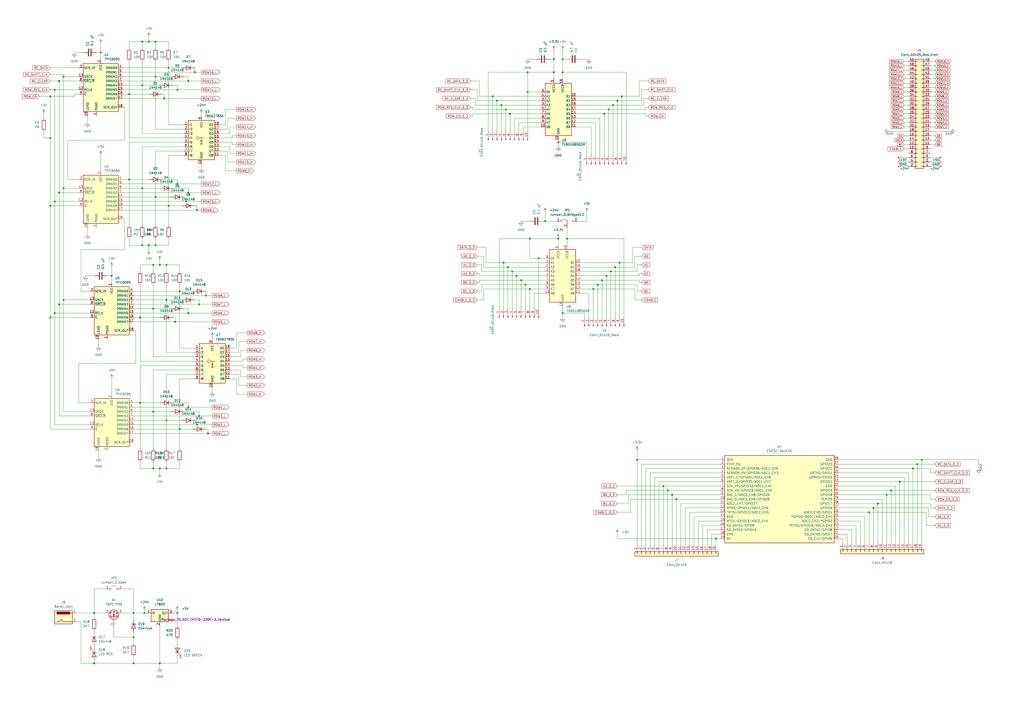
<source format=kicad_sch>
(kicad_sch (version 20230121) (generator eeschema)
  (paper "A2")
  (lib_symbols
    (symbol "Connector:Barrel_Jack" (pin_names (offset 1.016))
      (property "Reference" "J" (at 0 5.334 0))
      (property "Value" "Barrel_Jack" (at 0 -5.08 0))
      (symbol "Barrel_Jack_1_1"
        (pin passive line (at 7.62 2.54 180) (length 2.54) (name "~") (number "1"))
        (pin passive line (at 7.62 -2.54 180) (length 2.54) (name "~") (number "2"))
      )
    )
    (symbol "Connector:Conn_01x10_Male" (pin_names (offset 1.016) hide)
      (property "Reference" "J" (at 0 12.7 0))
      (property "Value" "Conn_01x10_Male" (at 0 -15.24 0))
      (symbol "Conn_01x10_Male_1_1"
        (pin passive line (at 5.08 10.16 180) (length 3.81) (name "Pin_1") (number "1"))
        (pin passive line (at 5.08 -12.7 180) (length 3.81) (name "Pin_10") (number "10"))
        (pin passive line (at 5.08 7.62 180) (length 3.81) (name "Pin_2") (number "2"))
        (pin passive line (at 5.08 5.08 180) (length 3.81) (name "Pin_3") (number "3"))
        (pin passive line (at 5.08 2.54 180) (length 3.81) (name "Pin_4") (number "4"))
        (pin passive line (at 5.08 0 180) (length 3.81) (name "Pin_5") (number "5"))
        (pin passive line (at 5.08 -2.54 180) (length 3.81) (name "Pin_6") (number "6"))
        (pin passive line (at 5.08 -5.08 180) (length 3.81) (name "Pin_7") (number "7"))
        (pin passive line (at 5.08 -7.62 180) (length 3.81) (name "Pin_8") (number "8"))
        (pin passive line (at 5.08 -10.16 180) (length 3.81) (name "Pin_9") (number "9"))
      )
    )
    (symbol "Connector_Generic:Conn_01x19" (pin_names (offset 1.016) hide)
      (property "Reference" "J" (at 0 25.4 0))
      (property "Value" "Conn_01x19" (at 0 -25.4 0))
      (symbol "Conn_01x19_1_1"
        (pin passive line (at -5.08 22.86 0) (length 3.81) (name "Pin_1") (number "1"))
        (pin passive line (at -5.08 0 0) (length 3.81) (name "Pin_10") (number "10"))
        (pin passive line (at -5.08 -2.54 0) (length 3.81) (name "Pin_11") (number "11"))
        (pin passive line (at -5.08 -5.08 0) (length 3.81) (name "Pin_12") (number "12"))
        (pin passive line (at -5.08 -7.62 0) (length 3.81) (name "Pin_13") (number "13"))
        (pin passive line (at -5.08 -10.16 0) (length 3.81) (name "Pin_14") (number "14"))
        (pin passive line (at -5.08 -12.7 0) (length 3.81) (name "Pin_15") (number "15"))
        (pin passive line (at -5.08 -15.24 0) (length 3.81) (name "Pin_16") (number "16"))
        (pin passive line (at -5.08 -17.78 0) (length 3.81) (name "Pin_17") (number "17"))
        (pin passive line (at -5.08 -20.32 0) (length 3.81) (name "Pin_18") (number "18"))
        (pin passive line (at -5.08 -22.86 0) (length 3.81) (name "Pin_19") (number "19"))
        (pin passive line (at -5.08 20.32 0) (length 3.81) (name "Pin_2") (number "2"))
        (pin passive line (at -5.08 17.78 0) (length 3.81) (name "Pin_3") (number "3"))
        (pin passive line (at -5.08 15.24 0) (length 3.81) (name "Pin_4") (number "4"))
        (pin passive line (at -5.08 12.7 0) (length 3.81) (name "Pin_5") (number "5"))
        (pin passive line (at -5.08 10.16 0) (length 3.81) (name "Pin_6") (number "6"))
        (pin passive line (at -5.08 7.62 0) (length 3.81) (name "Pin_7") (number "7"))
        (pin passive line (at -5.08 5.08 0) (length 3.81) (name "Pin_8") (number "8"))
        (pin passive line (at -5.08 2.54 0) (length 3.81) (name "Pin_9") (number "9"))
      )
    )
    (symbol "Connector_Generic:Conn_02x25_Odd_Even" (pin_names (offset 1.016) hide)
      (property "Reference" "J" (at 1.27 33.02 0))
      (property "Value" "Conn_02x25_Odd_Even" (at 1.27 -33.02 0))
      (symbol "Conn_02x25_Odd_Even_1_1"
        (pin passive line (at -5.08 30.48 0) (length 3.81) (name "Pin_1") (number "1"))
        (pin passive line (at 7.62 20.32 180) (length 3.81) (name "Pin_10") (number "10"))
        (pin passive line (at -5.08 17.78 0) (length 3.81) (name "Pin_11") (number "11"))
        (pin passive line (at 7.62 17.78 180) (length 3.81) (name "Pin_12") (number "12"))
        (pin passive line (at -5.08 15.24 0) (length 3.81) (name "Pin_13") (number "13"))
        (pin passive line (at 7.62 15.24 180) (length 3.81) (name "Pin_14") (number "14"))
        (pin passive line (at -5.08 12.7 0) (length 3.81) (name "Pin_15") (number "15"))
        (pin passive line (at 7.62 12.7 180) (length 3.81) (name "Pin_16") (number "16"))
        (pin passive line (at -5.08 10.16 0) (length 3.81) (name "Pin_17") (number "17"))
        (pin passive line (at 7.62 10.16 180) (length 3.81) (name "Pin_18") (number "18"))
        (pin passive line (at -5.08 7.62 0) (length 3.81) (name "Pin_19") (number "19"))
        (pin passive line (at 7.62 30.48 180) (length 3.81) (name "Pin_2") (number "2"))
        (pin passive line (at 7.62 7.62 180) (length 3.81) (name "Pin_20") (number "20"))
        (pin passive line (at -5.08 5.08 0) (length 3.81) (name "Pin_21") (number "21"))
        (pin passive line (at 7.62 5.08 180) (length 3.81) (name "Pin_22") (number "22"))
        (pin passive line (at -5.08 2.54 0) (length 3.81) (name "Pin_23") (number "23"))
        (pin passive line (at 7.62 2.54 180) (length 3.81) (name "Pin_24") (number "24"))
        (pin passive line (at -5.08 0 0) (length 3.81) (name "Pin_25") (number "25"))
        (pin passive line (at 7.62 0 180) (length 3.81) (name "Pin_26") (number "26"))
        (pin passive line (at -5.08 -2.54 0) (length 3.81) (name "Pin_27") (number "27"))
        (pin passive line (at 7.62 -2.54 180) (length 3.81) (name "Pin_28") (number "28"))
        (pin passive line (at -5.08 -5.08 0) (length 3.81) (name "Pin_29") (number "29"))
        (pin passive line (at -5.08 27.94 0) (length 3.81) (name "Pin_3") (number "3"))
        (pin passive line (at 7.62 -5.08 180) (length 3.81) (name "Pin_30") (number "30"))
        (pin passive line (at -5.08 -7.62 0) (length 3.81) (name "Pin_31") (number "31"))
        (pin passive line (at 7.62 -7.62 180) (length 3.81) (name "Pin_32") (number "32"))
        (pin passive line (at -5.08 -10.16 0) (length 3.81) (name "Pin_33") (number "33"))
        (pin passive line (at 7.62 -10.16 180) (length 3.81) (name "Pin_34") (number "34"))
        (pin passive line (at -5.08 -12.7 0) (length 3.81) (name "Pin_35") (number "35"))
        (pin passive line (at 7.62 -12.7 180) (length 3.81) (name "Pin_36") (number "36"))
        (pin passive line (at -5.08 -15.24 0) (length 3.81) (name "Pin_37") (number "37"))
        (pin passive line (at 7.62 -15.24 180) (length 3.81) (name "Pin_38") (number "38"))
        (pin passive line (at -5.08 -17.78 0) (length 3.81) (name "Pin_39") (number "39"))
        (pin passive line (at 7.62 27.94 180) (length 3.81) (name "Pin_4") (number "4"))
        (pin passive line (at 7.62 -17.78 180) (length 3.81) (name "Pin_40") (number "40"))
        (pin passive line (at -5.08 -20.32 0) (length 3.81) (name "Pin_41") (number "41"))
        (pin passive line (at 7.62 -20.32 180) (length 3.81) (name "Pin_42") (number "42"))
        (pin passive line (at -5.08 -22.86 0) (length 3.81) (name "Pin_43") (number "43"))
        (pin passive line (at 7.62 -22.86 180) (length 3.81) (name "Pin_44") (number "44"))
        (pin passive line (at -5.08 -25.4 0) (length 3.81) (name "Pin_45") (number "45"))
        (pin passive line (at 7.62 -25.4 180) (length 3.81) (name "Pin_46") (number "46"))
        (pin passive line (at -5.08 -27.94 0) (length 3.81) (name "Pin_47") (number "47"))
        (pin passive line (at 7.62 -27.94 180) (length 3.81) (name "Pin_48") (number "48"))
        (pin passive line (at -5.08 -30.48 0) (length 3.81) (name "Pin_49") (number "49"))
        (pin passive line (at -5.08 25.4 0) (length 3.81) (name "Pin_5") (number "5"))
        (pin passive line (at 7.62 -30.48 180) (length 3.81) (name "Pin_50") (number "50"))
        (pin passive line (at 7.62 25.4 180) (length 3.81) (name "Pin_6") (number "6"))
        (pin passive line (at -5.08 22.86 0) (length 3.81) (name "Pin_7") (number "7"))
        (pin passive line (at 7.62 22.86 180) (length 3.81) (name "Pin_8") (number "8"))
        (pin passive line (at -5.08 20.32 0) (length 3.81) (name "Pin_9") (number "9"))
      )
    )
    (symbol "Device:C" (pin_numbers hide) (pin_names (offset 0.254))
      (property "Reference" "C" (at 0.635 2.54 0))
      (property "Value" "C" (at 0.635 -2.54 0))
      (symbol "C_1_1"
        (pin passive line (at 0 3.81 270) (length 2.794) (name "~") (number "1"))
        (pin passive line (at 0 -3.81 90) (length 2.794) (name "~") (number "2"))
      )
    )
    (symbol "Device:LED" (pin_numbers hide) (pin_names (offset 1.016) hide)
      (property "Reference" "D" (at 0 2.54 0))
      (property "Value" "LED" (at 0 -2.54 0))
      (symbol "LED_1_1"
        (pin passive line (at -3.81 0 0) (length 2.54) (name "K") (number "1"))
        (pin passive line (at 3.81 0 180) (length 2.54) (name "A") (number "2"))
      )
    )
    (symbol "Device:R" (pin_numbers hide) (pin_names (offset 0))
      (property "Reference" "R" (at 2.032 0 90))
      (property "Value" "R" (at 0 0 90))
      (symbol "R_1_1"
        (pin passive line (at 0 3.81 270) (length 1.27) (name "~") (number "1"))
        (pin passive line (at 0 -3.81 90) (length 1.27) (name "~") (number "2"))
      )
    )
    (symbol "Diode:1N4148" (pin_numbers hide) (pin_names hide)
      (property "Reference" "D" (at 0 2.54 0))
      (property "Value" "1N4148" (at 0 -2.54 0))
      (symbol "1N4148_1_1"
        (pin passive line (at -3.81 0 0) (length 2.54) (name "K") (number "1"))
        (pin passive line (at 3.81 0 180) (length 2.54) (name "A") (number "2"))
      )
    )
    (symbol "Diode:1N47xxA" (pin_numbers hide) (pin_names hide)
      (property "Reference" "D" (at 0 2.54 0))
      (property "Value" "1N47xxA" (at 0 -2.54 0))
      (symbol "1N47xxA_1_1"
        (pin passive line (at -3.81 0 0) (length 2.54) (name "K") (number "1"))
        (pin passive line (at 3.81 0 180) (length 2.54) (name "A") (number "2"))
      )
    )
    (symbol "Espressif:ESP32-DevKitC" (pin_names (offset 1.016))
      (property "Reference" "U" (at -30.48 30.48 0))
      (property "Value" "ESP32-DevKitC" (at -30.48 27.94 0))
      (symbol "ESP32-DevKitC_0_0"
        (pin power_in line (at -33.02 -10.16 0) (length 2.54) (name "GND") (number "14"))
        (pin power_in line (at -33.02 -22.86 0) (length 2.54) (name "5V") (number "19"))
      )
      (symbol "ESP32-DevKitC_1_1"
        (pin power_in line (at -33.02 22.86 0) (length 2.54) (name "3V3") (number "1"))
        (pin bidirectional line (at -33.02 0 0) (length 2.54) (name "DAC_2/ADC2_CH9/GPIO26") (number "10"))
        (pin bidirectional line (at -33.02 -2.54 0) (length 2.54) (name "ADC2_CH7/GPIO27") (number "11"))
        (pin bidirectional line (at -33.02 -5.08 0) (length 2.54) (name "MTMS/GPIO14/ADC2_CH6") (number "12"))
        (pin bidirectional line (at -33.02 -7.62 0) (length 2.54) (name "*MTDI/GPIO12/ADC2_CH5") (number "13"))
        (pin bidirectional line (at -33.02 -12.7 0) (length 2.54) (name "MTCK/GPIO13/ADC2_CH4") (number "15"))
        (pin bidirectional line (at -33.02 -15.24 0) (length 2.54) (name "SD_DATA2/GPIO9") (number "16"))
        (pin bidirectional line (at -33.02 -17.78 0) (length 2.54) (name "SD_DATA3/GPIO10") (number "17"))
        (pin bidirectional line (at -33.02 -20.32 0) (length 2.54) (name "CMD") (number "18"))
        (pin input line (at -33.02 20.32 0) (length 2.54) (name "CHIP_PU") (number "2"))
        (pin bidirectional line (at 35.56 -22.86 180) (length 2.54) (name "SD_CLK/GPIO6") (number "20"))
        (pin bidirectional line (at 35.56 -20.32 180) (length 2.54) (name "SD_DATA0/GPIO7") (number "21"))
        (pin bidirectional line (at 35.56 -17.78 180) (length 2.54) (name "SD_DATA1/GPIO8") (number "22"))
        (pin bidirectional line (at 35.56 -15.24 180) (length 2.54) (name "*MTDO/GPIO15/ADC2_CH3") (number "23"))
        (pin bidirectional line (at 35.56 -12.7 180) (length 2.54) (name "ADC2_CH2/*GPIO2") (number "24"))
        (pin bidirectional line (at 35.56 -10.16 180) (length 2.54) (name "*GPIO0/BOOT/ADC2_CH1") (number "25"))
        (pin bidirectional line (at 35.56 -7.62 180) (length 2.54) (name "ADC2_CH0/GPIO4") (number "26"))
        (pin bidirectional line (at 35.56 -5.08 180) (length 2.54) (name "GPIO16") (number "27"))
        (pin bidirectional line (at 35.56 -2.54 180) (length 2.54) (name "GPIO17") (number "28"))
        (pin bidirectional line (at 35.56 0 180) (length 2.54) (name "*GPIO5") (number "29"))
        (pin input line (at -33.02 17.78 0) (length 2.54) (name "SENSOR_VP/GPIO36/ADC1_CH0") (number "3"))
        (pin bidirectional line (at 35.56 2.54 180) (length 2.54) (name "GPIO18") (number "30"))
        (pin bidirectional line (at 35.56 5.08 180) (length 2.54) (name "GPIO19") (number "31"))
        (pin power_in line (at 35.56 7.62 180) (length 2.54) (name "GND") (number "32"))
        (pin bidirectional line (at 35.56 10.16 180) (length 2.54) (name "GPIO21") (number "33"))
        (pin bidirectional line (at 35.56 12.7 180) (length 2.54) (name "U0RXD/GPIO3") (number "34"))
        (pin bidirectional line (at 35.56 15.24 180) (length 2.54) (name "U0TXD/GPIO1") (number "35"))
        (pin bidirectional line (at 35.56 17.78 180) (length 2.54) (name "GPIO22") (number "36"))
        (pin bidirectional line (at 35.56 20.32 180) (length 2.54) (name "GPIO23") (number "37"))
        (pin power_in line (at 35.56 22.86 180) (length 2.54) (name "GND") (number "38"))
        (pin input line (at -33.02 15.24 0) (length 2.54) (name "SENSOR_VN/GPIO39/ADC1_CH3") (number "4"))
        (pin input line (at -33.02 12.7 0) (length 2.54) (name "VDET_1/GPIO34/ADC1_CH6") (number "5"))
        (pin input line (at -33.02 10.16 0) (length 2.54) (name "VDET_2/GPIO35/ADC1_CH7") (number "6"))
        (pin bidirectional line (at -33.02 7.62 0) (length 2.54) (name "32K_XP/GPIO32/ADC1_CH4") (number "7"))
        (pin bidirectional line (at -33.02 5.08 0) (length 2.54) (name "32K_XN/GPIO33/ADC1_CH5") (number "8"))
        (pin bidirectional line (at -33.02 2.54 0) (length 2.54) (name "DAC_1/ADC2_CH8/GPIO25") (number "9"))
      )
    )
    (symbol "Interface_Expansion:TPIC6595" (pin_names (offset 0.381))
      (property "Reference" "U" (at -8.89 13.97 0))
      (property "Value" "TPIC6595" (at 6.35 13.97 0))
      (symbol "TPIC6595_1_1"
        (pin power_in line (at -2.54 -17.78 90) (length 2.54) (name "PGND") (number "1"))
        (pin passive line (at -2.54 -17.78 90) (length 2.54) hide (name "PGND") (number "10"))
        (pin passive line (at -2.54 -17.78 90) (length 2.54) hide (name "PGND") (number "11"))
        (pin input line (at -12.7 -2.54 0) (length 2.54) (name "RCLK") (number "12"))
        (pin input line (at -12.7 5.08 0) (length 2.54) (name "SRCK") (number "13"))
        (pin open_collector line (at 12.7 0 180) (length 2.54) (name "DRAIN4") (number "14"))
        (pin open_collector line (at 12.7 -2.54 180) (length 2.54) (name "DRAIN5") (number "15"))
        (pin open_collector line (at 12.7 -5.08 180) (length 2.54) (name "DRAIN6") (number "16"))
        (pin open_collector line (at 12.7 -7.62 180) (length 2.54) (name "DRAIN7") (number "17"))
        (pin output line (at 12.7 -12.7 180) (length 2.54) (name "SER_OUT") (number "18"))
        (pin power_in line (at -7.62 -17.78 90) (length 2.54) (name "LGND") (number "19"))
        (pin power_in line (at 0 15.24 270) (length 2.54) (name "VCC") (number "2"))
        (pin passive line (at -2.54 -17.78 90) (length 2.54) hide (name "PGND") (number "20"))
        (pin input line (at -12.7 10.16 0) (length 2.54) (name "SER_IN") (number "3"))
        (pin open_collector line (at 12.7 10.16 180) (length 2.54) (name "DRAIN0") (number "4"))
        (pin open_collector line (at 12.7 7.62 180) (length 2.54) (name "DRAIN1") (number "5"))
        (pin open_collector line (at 12.7 5.08 180) (length 2.54) (name "DRAIN2") (number "6"))
        (pin open_collector line (at 12.7 2.54 180) (length 2.54) (name "DRAIN3") (number "7"))
        (pin input line (at -12.7 2.54 0) (length 2.54) (name "~{SRCLR}") (number "8"))
        (pin input line (at -12.7 -5.08 0) (length 2.54) (name "~{G}") (number "9"))
      )
    )
    (symbol "Jumper:Jumper_2_Open" (pin_names (offset 0) hide)
      (property "Reference" "JP" (at 0 2.794 0))
      (property "Value" "Jumper_2_Open" (at 0 -2.286 0))
      (symbol "Jumper_2_Open_1_1"
        (pin passive line (at -5.08 0 0) (length 2.54) (name "A") (number "1"))
        (pin passive line (at 5.08 0 180) (length 2.54) (name "B") (number "2"))
      )
    )
    (symbol "Jumper:Jumper_3_Bridged12" (pin_names (offset 0) hide)
      (property "Reference" "JP" (at -2.54 -2.54 0))
      (property "Value" "Jumper_3_Bridged12" (at 0 2.794 0))
      (symbol "Jumper_3_Bridged12_1_1"
        (pin passive line (at -6.35 0 0) (length 2.54) (name "A") (number "1"))
        (pin passive line (at 0 -3.81 90) (length 2.54) (name "C") (number "2"))
        (pin passive line (at 6.35 0 180) (length 2.54) (name "B") (number "3"))
      )
    )
    (symbol "Logic_LevelTranslator:TXB0108DQSR"
      (property "Reference" "U" (at -6.35 16.51 0))
      (property "Value" "TXB0108DQSR" (at 3.81 16.51 0))
      (symbol "TXB0108DQSR_1_1"
        (pin bidirectional line (at -10.16 7.62 0) (length 2.54) (name "A1") (number "1"))
        (pin bidirectional line (at -10.16 -10.16 0) (length 2.54) (name "A8") (number "10"))
        (pin bidirectional line (at 10.16 -10.16 180) (length 2.54) (name "B8") (number "11"))
        (pin bidirectional line (at 10.16 -7.62 180) (length 2.54) (name "B7") (number "12"))
        (pin bidirectional line (at 10.16 -5.08 180) (length 2.54) (name "B6") (number "13"))
        (pin bidirectional line (at 10.16 -2.54 180) (length 2.54) (name "B5") (number "14"))
        (pin power_in line (at 0 -17.78 90) (length 2.54) (name "GND") (number "15"))
        (pin power_in line (at 2.54 17.78 270) (length 2.54) (name "VCCB") (number "16"))
        (pin bidirectional line (at 10.16 0 180) (length 2.54) (name "B4") (number "17"))
        (pin bidirectional line (at 10.16 2.54 180) (length 2.54) (name "B3") (number "18"))
        (pin bidirectional line (at 10.16 5.08 180) (length 2.54) (name "B2") (number "19"))
        (pin bidirectional line (at -10.16 5.08 0) (length 2.54) (name "A2") (number "2"))
        (pin bidirectional line (at 10.16 7.62 180) (length 2.54) (name "B1") (number "20"))
        (pin bidirectional line (at -10.16 2.54 0) (length 2.54) (name "A3") (number "3"))
        (pin bidirectional line (at -10.16 0 0) (length 2.54) (name "A4") (number "4"))
        (pin power_in line (at -2.54 17.78 270) (length 2.54) (name "VCCA") (number "5"))
        (pin input line (at -10.16 10.16 0) (length 2.54) (name "OE") (number "6"))
        (pin bidirectional line (at -10.16 -2.54 0) (length 2.54) (name "A5") (number "7"))
        (pin bidirectional line (at -10.16 -5.08 0) (length 2.54) (name "A6") (number "8"))
        (pin bidirectional line (at -10.16 -7.62 0) (length 2.54) (name "A7") (number "9"))
      )
    )
    (symbol "Regulator_Linear:L7805" (pin_names (offset 0.254))
      (property "Reference" "U" (at -3.81 3.175 0))
      (property "Value" "L7805" (at 0 3.175 0))
      (symbol "L7805_1_1"
        (pin power_in line (at -7.62 0 0) (length 2.54) (name "IN") (number "1"))
        (pin power_in line (at 0 -7.62 90) (length 2.54) (name "GND") (number "2"))
        (pin power_out line (at 7.62 0 180) (length 2.54) (name "OUT") (number "3"))
      )
    )
    (symbol "Transistor_Array:TBD62783A"
      (property "Reference" "U" (at -7.62 11.43 0))
      (property "Value" "TBD62783A" (at 1.27 11.43 0))
      (symbol "TBD62783A_1_1"
        (pin input line (at -10.16 7.62 0) (length 2.54) (name "I1") (number "1"))
        (pin power_in line (at 0 -15.24 90) (length 2.54) (name "GND") (number "10"))
        (pin open_emitter line (at 10.16 -10.16 180) (length 2.54) (name "O8") (number "11"))
        (pin open_emitter line (at 10.16 -7.62 180) (length 2.54) (name "O7") (number "12"))
        (pin open_emitter line (at 10.16 -5.08 180) (length 2.54) (name "O6") (number "13"))
        (pin open_emitter line (at 10.16 -2.54 180) (length 2.54) (name "O5") (number "14"))
        (pin open_emitter line (at 10.16 0 180) (length 2.54) (name "O4") (number "15"))
        (pin open_emitter line (at 10.16 2.54 180) (length 2.54) (name "O3") (number "16"))
        (pin open_emitter line (at 10.16 5.08 180) (length 2.54) (name "O2") (number "17"))
        (pin open_emitter line (at 10.16 7.62 180) (length 2.54) (name "O1") (number "18"))
        (pin input line (at -10.16 5.08 0) (length 2.54) (name "I2") (number "2"))
        (pin input line (at -10.16 2.54 0) (length 2.54) (name "I3") (number "3"))
        (pin input line (at -10.16 0 0) (length 2.54) (name "I4") (number "4"))
        (pin input line (at -10.16 -2.54 0) (length 2.54) (name "I5") (number "5"))
        (pin input line (at -10.16 -5.08 0) (length 2.54) (name "I6") (number "6"))
        (pin input line (at -10.16 -7.62 0) (length 2.54) (name "I7") (number "7"))
        (pin input line (at -10.16 -10.16 0) (length 2.54) (name "I8") (number "8"))
        (pin power_in line (at 0 12.7 270) (length 2.54) (name "VCC") (number "9"))
      )
    )
    (symbol "Transistor_FET:FQP27P06" (pin_names hide)
      (property "Reference" "Q" (at 5.08 1.905 0))
      (property "Value" "FQP27P06" (at 5.08 0 0))
      (symbol "FQP27P06_1_1"
        (pin input line (at -5.08 0 0) (length 2.54) (name "G") (number "1"))
        (pin passive line (at 2.54 5.08 270) (length 2.54) (name "D") (number "2"))
        (pin passive line (at 2.54 -5.08 90) (length 2.54) (name "S") (number "3"))
      )
    )
    (symbol "power:+24V" (power) (pin_names (offset 0))
      (property "Value" "+24V" (at 0 3.556 0))
      (symbol "+24V_1_1"
        (pin power_in line (at 0 0 90) (length 0) hide (name "+24V") (number "1"))
      )
    )
    (symbol "power:+3.3V" (power) (pin_names (offset 0))
      (property "Value" "+3.3V" (at 0 3.556 0))
      (symbol "+3.3V_1_1"
        (pin power_in line (at 0 0 90) (length 0) hide (name "+3.3V") (number "1"))
      )
    )
    (symbol "power:+5V" (power) (pin_names (offset 0))
      (property "Value" "+5V" (at 0 3.556 0))
      (symbol "+5V_1_1"
        (pin power_in line (at 0 0 90) (length 0) hide (name "+5V") (number "1"))
      )
    )
    (symbol "power:GND" (power) (pin_names (offset 0))
      (property "Value" "GND" (at 0 -3.81 0))
      (symbol "GND_1_1"
        (pin power_in line (at 0 0 270) (length 0) hide (name "GND") (number "1"))
      )
    )
  )
  (junction (at 109.22 111.76))
  (junction (at 96.52 173.99))
  (junction (at 92.71 153.67))
  (junction (at 323.85 82.55))
  (junction (at 54.61 384.81))
  (junction (at 90.17 44.45))
  (junction (at 350.52 66.04))
  (junction (at 299.72 160.02))
  (junction (at 81.28 184.15))
  (junction (at 293.37 63.5))
  (junction (at 326.39 41.91))
  (junction (at 102.87 106.68))
  (junction (at 359.41 152.4))
  (junction (at 521.97 279.4))
  (junction (at 392.43 289.56))
  (junction (at 97.79 119.38))
  (junction (at 88.9 238.76))
  (junction (at 120.65 251.46))
  (junction (at 90.17 142.24))
  (junction (at 351.79 160.02))
  (junction (at 31.75 116.84))
  (junction (at 387.35 284.48))
  (junction (at 36.83 173.99))
  (junction (at 323.85 138.43))
  (junction (at 58.42 30.48))
  (junction (at 54.61 355.6))
  (junction (at 326.39 181.61))
  (junction (at 64.77 160.02))
  (junction (at 88.9 153.67))
  (junction (at 504.19 297.18))
  (junction (at 326.39 34.29))
  (junction (at 74.93 104.14))
  (junction (at 34.29 111.76))
  (junction (at 297.18 157.48))
  (junction (at 92.71 271.78))
  (junction (at 114.3 246.38))
  (junction (at 290.83 60.96))
  (junction (at 358.14 58.42))
  (junction (at 34.29 176.53))
  (junction (at 86.36 24.13))
  (junction (at 29.21 184.15))
  (junction (at 307.34 167.64))
  (junction (at 90.17 114.3))
  (junction (at 82.55 142.24))
  (junction (at 83.82 355.6))
  (junction (at 292.1 152.4))
  (junction (at 86.36 142.24))
  (junction (at 29.21 80.01))
  (junction (at 113.03 41.91))
  (junction (at 104.14 168.91))
  (junction (at 509.27 292.1))
  (junction (at 114.3 121.92))
  (junction (at 344.17 167.64))
  (junction (at 288.29 58.42))
  (junction (at 321.31 41.91))
  (junction (at 88.9 271.78))
  (junction (at 82.55 24.13))
  (junction (at 360.68 55.88))
  (junction (at 349.25 162.56))
  (junction (at 107.95 116.84))
  (junction (at 102.87 355.6))
  (junction (at 96.52 153.67))
  (junction (at 82.55 109.22))
  (junction (at 389.89 287.02))
  (junction (at 115.57 176.53))
  (junction (at 74.93 54.61))
  (junction (at 34.29 46.99))
  (junction (at 369.57 266.7))
  (junction (at 316.23 128.27))
  (junction (at 77.47 384.81))
  (junction (at 95.25 57.15))
  (junction (at 355.6 60.96))
  (junction (at 104.14 248.92))
  (junction (at 285.75 55.88))
  (junction (at 115.57 241.3))
  (junction (at 77.47 355.6))
  (junction (at 516.89 284.48))
  (junction (at 346.71 165.1))
  (junction (at 302.26 162.56))
  (junction (at 29.21 55.88))
  (junction (at 29.21 119.38))
  (junction (at 77.47 369.57))
  (junction (at 101.6 186.69))
  (junction (at 90.17 24.13))
  (junction (at 97.79 39.37))
  (junction (at 96.52 271.78))
  (junction (at 81.28 233.68))
  (junction (at 109.22 181.61))
  (junction (at 36.83 109.22))
  (junction (at 109.22 46.99))
  (junction (at 295.91 66.04))
  (junction (at 529.59 271.78))
  (junction (at 82.55 49.53))
  (junction (at 353.06 63.5))
  (junction (at 304.8 165.1))
  (junction (at 532.13 269.24))
  (junction (at 354.33 157.48))
  (junction (at 356.87 154.94))
  (junction (at 306.07 41.91))
  (junction (at 92.71 384.81))
  (junction (at 31.75 181.61))
  (junction (at 312.42 149.86))
  (junction (at 119.38 171.45))
  (junction (at 384.81 281.94))
  (junction (at 514.35 287.02))
  (junction (at 307.34 138.43))
  (junction (at 102.87 52.07))
  (junction (at 109.22 236.22))
  (junction (at 96.52 243.84))
  (junction (at 31.75 52.07))
  (junction (at 36.83 44.45))
  (junction (at 328.93 138.43))
  (junction (at 321.31 34.29))
  (junction (at 294.64 154.94))
  (junction (at 415.29 312.42))
  (junction (at 534.67 266.7))
  (junction (at 88.9 179.07))
  (junction (at 506.73 294.64))
  (junction (at 306.07 53.34))
  (wire (pts (xy 387.35 284.48) (xy 387.35 316.23)))
  (wire (pts (xy 341.63 184.15) (xy 341.63 170.18)))
  (wire (pts (xy 102.87 52.07) (xy 116.84 52.07)))
  (wire (pts (xy 412.75 316.23) (xy 412.75 309.88)))
  (wire (pts (xy 294.64 154.94) (xy 316.23 154.94)))
  (wire (pts (xy 542.29 274.32) (xy 539.75 274.32)))
  (wire (pts (xy 115.57 173.99) (xy 115.57 176.53)))
  (wire (pts (xy 407.67 316.23) (xy 407.67 304.8)))
  (wire (pts (xy 340.36 123.19) (xy 340.36 128.27)))
  (wire (pts (xy 273.05 57.15) (xy 275.59 57.15)))
  (wire (pts (xy 88.9 238.76) (xy 88.9 260.35)))
  (wire (pts (xy 486.41 269.24) (xy 532.13 269.24)))
  (wire (pts (xy 524.51 83.82) (xy 527.05 83.82)))
  (wire (pts (xy 29.21 39.37) (xy 45.72 39.37)))
  (wire (pts (xy 358.14 297.18) (xy 365.76 297.18)))
  (wire (pts (xy 132.08 74.93) (xy 132.08 68.58)))
  (wire (pts (xy 92.71 271.78) (xy 96.52 271.78)))
  (wire (pts (xy 34.29 111.76) (xy 34.29 46.99)))
  (wire (pts (xy 374.65 62.23) (xy 374.65 63.5)))
  (wire (pts (xy 71.12 355.6) (xy 77.47 355.6)))
  (wire (pts (xy 97.79 138.43) (xy 97.79 142.24)))
  (wire (pts (xy 104.14 165.1) (xy 104.14 168.91)))
  (wire (pts (xy 537.21 304.8) (xy 537.21 297.18)))
  (wire (pts (xy 44.45 355.6) (xy 54.61 355.6)))
  (wire (pts (xy 539.75 78.74) (xy 542.29 78.74)))
  (wire (pts (xy 45.72 233.68) (xy 52.07 233.68)))
  (wire (pts (xy 304.8 165.1) (xy 304.8 179.07)))
  (wire (pts (xy 274.32 66.04) (xy 295.91 66.04)))
  (wire (pts (xy 539.75 73.66) (xy 542.29 73.66)))
  (wire (pts (xy 130.81 99.06) (xy 137.16 99.06)))
  (wire (pts (xy 334.01 68.58) (xy 347.98 68.58)))
  (wire (pts (xy 312.42 149.86) (xy 312.42 179.07)))
  (wire (pts (xy 377.19 316.23) (xy 377.19 274.32)))
  (wire (pts (xy 354.33 157.48) (xy 369.57 157.48)))
  (wire (pts (xy 64.77 160.02) (xy 64.77 163.83)))
  (wire (pts (xy 104.14 157.48) (xy 104.14 153.67)))
  (wire (pts (xy 71.12 116.84) (xy 107.95 116.84)))
  (wire (pts (xy 90.17 24.13) (xy 97.79 24.13)))
  (wire (pts (xy 77.47 184.15) (xy 81.28 184.15)))
  (wire (pts (xy 363.22 90.17) (xy 363.22 41.91)))
  (wire (pts (xy 132.08 68.58) (xy 137.16 68.58)))
  (wire (pts (xy 60.96 341.63) (xy 54.61 341.63)))
  (wire (pts (xy 524.51 86.36) (xy 527.05 86.36)))
  (wire (pts (xy 280.67 154.94) (xy 294.64 154.94)))
  (wire (pts (xy 334.01 55.88) (xy 360.68 55.88)))
  (wire (pts (xy 45.72 116.84) (xy 31.75 116.84)))
  (wire (pts (xy 74.93 104.14) (xy 74.93 130.81)))
  (wire (pts (xy 340.36 90.17) (xy 340.36 82.55)))
  (wire (pts (xy 92.71 153.67) (xy 92.71 151.13)))
  (wire (pts (xy 31.75 181.61) (xy 31.75 246.38)))
  (wire (pts (xy 36.83 43.18) (xy 36.83 44.45)))
  (wire (pts (xy 134.62 82.55) (xy 134.62 83.82)))
  (wire (pts (xy 273.05 62.23) (xy 274.32 62.23)))
  (wire (pts (xy 137.16 219.71) (xy 137.16 228.6)))
  (wire (pts (xy 83.82 355.6) (xy 85.09 355.6)))
  (wire (pts (xy 392.43 316.23) (xy 392.43 289.56)))
  (wire (pts (xy 100.33 49.53) (xy 102.87 49.53)))
  (wire (pts (xy 360.68 55.88) (xy 360.68 90.17)))
  (wire (pts (xy 334.01 60.96) (xy 355.6 60.96)))
  (wire (pts (xy 374.65 316.23) (xy 374.65 271.78)))
  (wire (pts (xy 92.71 153.67) (xy 96.52 153.67)))
  (wire (pts (xy 279.4 165.1) (xy 304.8 165.1)))
  (wire (pts (xy 372.11 173.99) (xy 368.3 173.99)))
  (wire (pts (xy 370.84 158.75) (xy 372.11 158.75)))
  (wire (pts (xy 113.03 209.55) (xy 81.28 209.55)))
  (wire (pts (xy 133.35 201.93) (xy 137.16 201.93)))
  (wire (pts (xy 285.75 55.88) (xy 285.75 76.2)))
  (wire (pts (xy 113.03 214.63) (xy 88.9 214.63)))
  (wire (pts (xy 31.75 116.84) (xy 31.75 181.61)))
  (wire (pts (xy 336.55 160.02) (xy 351.79 160.02)))
  (wire (pts (xy 367.03 143.51) (xy 367.03 152.4)))
  (wire (pts (xy 372.11 153.67) (xy 369.57 153.67)))
  (wire (pts (xy 523.24 96.52) (xy 527.05 96.52)))
  (wire (pts (xy 539.75 55.88) (xy 542.29 55.88)))
  (wire (pts (xy 334.01 71.12) (xy 345.44 71.12)))
  (wire (pts (xy 349.25 162.56) (xy 349.25 184.15)))
  (wire (pts (xy 29.21 43.18) (xy 36.83 43.18)))
  (wire (pts (xy 358.14 281.94) (xy 384.81 281.94)))
  (wire (pts (xy 137.16 228.6) (xy 143.51 228.6)))
  (wire (pts (xy 539.75 53.34) (xy 542.29 53.34)))
  (wire (pts (xy 369.57 266.7) (xy 417.83 266.7)))
  (wire (pts (xy 318.77 34.29) (xy 321.31 34.29)))
  (wire (pts (xy 133.35 219.71) (xy 137.16 219.71)))
  (wire (pts (xy 31.75 246.38) (xy 52.07 246.38)))
  (wire (pts (xy 306.07 41.91) (xy 306.07 53.34)))
  (wire (pts (xy 138.43 223.52) (xy 143.51 223.52)))
  (wire (pts (xy 359.41 152.4) (xy 367.03 152.4)))
  (wire (pts (xy 524.51 60.96) (xy 527.05 60.96)))
  (wire (pts (xy 539.75 63.5) (xy 542.29 63.5)))
  (wire (pts (xy 542.29 289.56) (xy 539.75 289.56)))
  (wire (pts (xy 106.68 80.01) (xy 74.93 80.01)))
  (wire (pts (xy 71.12 106.68) (xy 102.87 106.68)))
  (wire (pts (xy 133.35 207.01) (xy 139.7 207.01)))
  (wire (pts (xy 354.33 157.48) (xy 354.33 184.15)))
  (wire (pts (xy 326.39 41.91) (xy 363.22 41.91)))
  (wire (pts (xy 81.28 233.68) (xy 92.71 233.68)))
  (wire (pts (xy 50.8 132.08) (xy 50.8 135.89)))
  (wire (pts (xy 116.84 66.04) (xy 116.84 67.31)))
  (wire (pts (xy 88.9 165.1) (xy 88.9 179.07)))
  (wire (pts (xy 72.39 62.23) (xy 72.39 81.28)))
  (wire (pts (xy 54.61 341.63) (xy 54.61 355.6)))
  (wire (pts (xy 494.03 314.96) (xy 494.03 307.34)))
  (wire (pts (xy 95.25 54.61) (xy 95.25 57.15)))
  (wire (pts (xy 77.47 176.53) (xy 115.57 176.53)))
  (wire (pts (xy 43.18 30.48) (xy 48.26 30.48)))
  (wire (pts (xy 321.31 29.21) (xy 321.31 34.29)))
  (wire (pts (xy 104.14 267.97) (xy 104.14 271.78)))
  (wire (pts (xy 372.11 148.59) (xy 368.3 148.59)))
  (wire (pts (xy 34.29 111.76) (xy 34.29 176.53)))
  (wire (pts (xy 412.75 309.88) (xy 417.83 309.88)))
  (wire (pts (xy 346.71 165.1) (xy 346.71 184.15)))
  (wire (pts (xy 511.81 314.96) (xy 511.81 289.56)))
  (wire (pts (xy 107.95 116.84) (xy 116.84 116.84)))
  (wire (pts (xy 534.67 266.7) (xy 534.67 314.96)))
  (wire (pts (xy 57.15 261.62) (xy 57.15 265.43)))
  (wire (pts (xy 524.51 35.56) (xy 527.05 35.56)))
  (wire (pts (xy 358.14 58.42) (xy 358.14 90.17)))
  (wire (pts (xy 539.75 274.32) (xy 539.75 271.78)))
  (wire (pts (xy 521.97 279.4) (xy 521.97 314.96)))
  (wire (pts (xy 22.86 55.88) (xy 29.21 55.88)))
  (wire (pts (xy 39.37 104.14) (xy 45.72 104.14)))
  (wire (pts (xy 96.52 153.67) (xy 96.52 157.48)))
  (wire (pts (xy 104.14 248.92) (xy 104.14 260.35)))
  (wire (pts (xy 55.88 30.48) (xy 58.42 30.48)))
  (wire (pts (xy 106.68 77.47) (xy 82.55 77.47)))
  (wire (pts (xy 524.51 55.88) (xy 527.05 55.88)))
  (wire (pts (xy 139.7 207.01) (xy 139.7 203.2)))
  (wire (pts (xy 102.87 49.53) (xy 102.87 52.07)))
  (wire (pts (xy 283.21 41.91) (xy 306.07 41.91)))
  (wire (pts (xy 524.51 68.58) (xy 527.05 68.58)))
  (wire (pts (xy 364.49 287.02) (xy 389.89 287.02)))
  (wire (pts (xy 405.13 316.23) (xy 405.13 302.26)))
  (wire (pts (xy 402.59 299.72) (xy 417.83 299.72)))
  (wire (pts (xy 114.3 121.92) (xy 116.84 121.92)))
  (wire (pts (xy 415.29 312.42) (xy 417.83 312.42)))
  (wire (pts (xy 321.31 41.91) (xy 321.31 45.72)))
  (wire (pts (xy 45.72 111.76) (xy 34.29 111.76)))
  (wire (pts (xy 88.9 214.63) (xy 88.9 238.76)))
  (wire (pts (xy 127 90.17) (xy 130.81 90.17)))
  (wire (pts (xy 74.93 80.01) (xy 74.93 54.61)))
  (wire (pts (xy 288.29 58.42) (xy 313.69 58.42)))
  (wire (pts (xy 276.86 168.91) (xy 279.4 168.91)))
  (wire (pts (xy 334.01 58.42) (xy 358.14 58.42)))
  (wire (pts (xy 486.41 292.1) (xy 509.27 292.1)))
  (wire (pts (xy 25.4 66.04) (xy 25.4 68.58)))
  (wire (pts (xy 276.86 58.42) (xy 288.29 58.42)))
  (wire (pts (xy 36.83 173.99) (xy 36.83 238.76)))
  (wire (pts (xy 326.39 29.21) (xy 326.39 34.29)))
  (wire (pts (xy 542.29 304.8) (xy 537.21 304.8)))
  (wire (pts (xy 88.9 207.01) (xy 88.9 179.07)))
  (wire (pts (xy 113.03 173.99) (xy 115.57 173.99)))
  (wire (pts (xy 524.51 43.18) (xy 527.05 43.18)))
  (wire (pts (xy 77.47 233.68) (xy 81.28 233.68)))
  (wire (pts (xy 323.85 81.28) (xy 323.85 82.55)))
  (wire (pts (xy 524.51 50.8) (xy 527.05 50.8)))
  (wire (pts (xy 106.68 44.45) (xy 109.22 44.45)))
  (wire (pts (xy 346.71 165.1) (xy 369.57 165.1)))
  (wire (pts (xy 77.47 384.81) (xy 54.61 384.81)))
  (wire (pts (xy 279.4 153.67) (xy 279.4 157.48)))
  (wire (pts (xy 113.03 212.09) (xy 81.28 212.09)))
  (wire (pts (xy 358.14 58.42) (xy 372.11 58.42)))
  (wire (pts (xy 279.4 157.48) (xy 297.18 157.48)))
  (wire (pts (xy 127 80.01) (xy 134.62 80.01)))
  (wire (pts (xy 358.14 312.42) (xy 415.29 312.42)))
  (wire (pts (xy 278.13 163.83) (xy 278.13 162.56)))
  (wire (pts (xy 45.72 109.22) (xy 36.83 109.22)))
  (wire (pts (xy 96.52 217.17) (xy 96.52 243.84)))
  (wire (pts (xy 115.57 238.76) (xy 115.57 241.3)))
  (wire (pts (xy 130.81 90.17) (xy 130.81 99.06)))
  (wire (pts (xy 397.51 294.64) (xy 417.83 294.64)))
  (wire (pts (xy 306.07 53.34) (xy 313.69 53.34)))
  (wire (pts (xy 534.67 266.7) (xy 567.69 266.7)))
  (wire (pts (xy 113.03 41.91) (xy 113.03 39.37)))
  (wire (pts (xy 400.05 316.23) (xy 400.05 297.18)))
  (wire (pts (xy 524.51 66.04) (xy 527.05 66.04)))
  (wire (pts (xy 113.03 243.84) (xy 114.3 243.84)))
  (wire (pts (xy 293.37 63.5) (xy 313.69 63.5)))
  (wire (pts (xy 106.68 114.3) (xy 107.95 114.3)))
  (wire (pts (xy 372.11 52.07) (xy 372.11 58.42)))
  (wire (pts (xy 58.42 90.17) (xy 58.42 99.06)))
  (wire (pts (xy 113.03 207.01) (xy 88.9 207.01)))
  (wire (pts (xy 46.99 144.78) (xy 46.99 168.91)))
  (wire (pts (xy 106.68 82.55) (xy 74.93 82.55)))
  (wire (pts (xy 486.41 284.48) (xy 516.89 284.48)))
  (wire (pts (xy 71.12 52.07) (xy 102.87 52.07)))
  (wire (pts (xy 29.21 184.15) (xy 29.21 248.92)))
  (wire (pts (xy 90.17 35.56) (xy 90.17 44.45)))
  (wire (pts (xy 71.12 57.15) (xy 95.25 57.15)))
  (wire (pts (xy 297.18 157.48) (xy 316.23 157.48)))
  (wire (pts (xy 77.47 238.76) (xy 88.9 238.76)))
  (wire (pts (xy 355.6 90.17) (xy 355.6 60.96)))
  (wire (pts (xy 527.05 274.32) (xy 486.41 274.32)))
  (wire (pts (xy 127 72.39) (xy 130.81 72.39)))
  (wire (pts (xy 486.41 266.7) (xy 534.67 266.7)))
  (wire (pts (xy 100.33 184.15) (xy 101.6 184.15)))
  (wire (pts (xy 25.4 76.2) (xy 25.4 80.01)))
  (wire (pts (xy 300.99 71.12) (xy 313.69 71.12)))
  (wire (pts (xy 133.35 204.47) (xy 138.43 204.47)))
  (wire (pts (xy 389.89 287.02) (xy 417.83 287.02)))
  (wire (pts (xy 275.59 60.96) (xy 290.83 60.96)))
  (wire (pts (xy 539.75 71.12) (xy 542.29 71.12)))
  (wire (pts (xy 86.36 142.24) (xy 86.36 144.78)))
  (wire (pts (xy 82.55 85.09) (xy 82.55 109.22)))
  (wire (pts (xy 336.55 34.29) (xy 341.63 34.29)))
  (wire (pts (xy 370.84 163.83) (xy 370.84 162.56)))
  (wire (pts (xy 394.97 292.1) (xy 417.83 292.1)))
  (wire (pts (xy 298.45 68.58) (xy 313.69 68.58)))
  (wire (pts (xy 351.79 184.15) (xy 351.79 160.02)))
  (wire (pts (xy 96.52 165.1) (xy 96.52 173.99)))
  (wire (pts (xy 74.93 27.94) (xy 74.93 24.13)))
  (wire (pts (xy 77.47 241.3) (xy 115.57 241.3)))
  (wire (pts (xy 410.21 316.23) (xy 410.21 307.34)))
  (wire (pts (xy 133.35 88.9) (xy 137.16 88.9)))
  (wire (pts (xy 372.11 316.23) (xy 372.11 269.24)))
  (wire (pts (xy 90.17 114.3) (xy 90.17 130.81)))
  (wire (pts (xy 43.18 55.88) (xy 43.18 54.61)))
  (wire (pts (xy 316.23 123.19) (xy 316.23 128.27)))
  (wire (pts (xy 281.94 143.51) (xy 281.94 152.4)))
  (wire (pts (xy 298.45 76.2) (xy 298.45 68.58)))
  (wire (pts (xy 539.75 294.64) (xy 539.75 292.1)))
  (wire (pts (xy 82.55 24.13) (xy 82.55 27.94)))
  (wire (pts (xy 106.68 72.39) (xy 97.79 72.39)))
  (wire (pts (xy 299.72 160.02) (xy 299.72 179.07)))
  (wire (pts (xy 278.13 158.75) (xy 278.13 160.02)))
  (wire (pts (xy 509.27 292.1) (xy 539.75 292.1)))
  (wire (pts (xy 64.77 219.71) (xy 64.77 228.6)))
  (wire (pts (xy 276.86 148.59) (xy 280.67 148.59)))
  (wire (pts (xy 58.42 30.48) (xy 58.42 34.29)))
  (wire (pts (xy 29.21 46.99) (xy 34.29 46.99)))
  (wire (pts (xy 297.18 157.48) (xy 297.18 179.07)))
  (wire (pts (xy 326.39 34.29) (xy 326.39 41.91)))
  (wire (pts (xy 392.43 289.56) (xy 417.83 289.56)))
  (wire (pts (xy 137.16 63.5) (xy 130.81 63.5)))
  (wire (pts (xy 100.33 355.6) (xy 102.87 355.6)))
  (wire (pts (xy 323.85 138.43) (xy 323.85 142.24)))
  (wire (pts (xy 102.87 106.68) (xy 116.84 106.68)))
  (wire (pts (xy 88.9 238.76) (xy 99.06 238.76)))
  (wire (pts (xy 374.65 271.78) (xy 417.83 271.78)))
  (wire (pts (xy 488.95 314.96) (xy 488.95 312.42)))
  (wire (pts (xy 501.65 299.72) (xy 486.41 299.72)))
  (wire (pts (xy 488.95 312.42) (xy 486.41 312.42)))
  (wire (pts (xy 134.62 83.82) (xy 137.16 83.82)))
  (wire (pts (xy 370.84 160.02) (xy 370.84 158.75)))
  (wire (pts (xy 77.47 243.84) (xy 96.52 243.84)))
  (wire (pts (xy 304.8 165.1) (xy 316.23 165.1)))
  (wire (pts (xy 97.79 39.37) (xy 105.41 39.37)))
  (wire (pts (xy 373.38 57.15) (xy 373.38 60.96)))
  (wire (pts (xy 93.98 54.61) (xy 95.25 54.61)))
  (wire (pts (xy 506.73 294.64) (xy 538.48 294.64)))
  (wire (pts (xy 276.86 153.67) (xy 279.4 153.67)))
  (wire (pts (xy 303.53 76.2) (xy 303.53 73.66)))
  (wire (pts (xy 302.26 162.56) (xy 316.23 162.56)))
  (wire (pts (xy 336.55 154.94) (xy 356.87 154.94)))
  (wire (pts (xy 81.28 153.67) (xy 88.9 153.67)))
  (wire (pts (xy 504.19 297.18) (xy 537.21 297.18)))
  (wire (pts (xy 96.52 173.99) (xy 105.41 173.99)))
  (wire (pts (xy 290.83 60.96) (xy 313.69 60.96)))
  (wire (pts (xy 106.68 85.09) (xy 82.55 85.09)))
  (wire (pts (xy 134.62 80.01) (xy 134.62 78.74)))
  (wire (pts (xy 278.13 55.88) (xy 285.75 55.88)))
  (wire (pts (xy 96.52 271.78) (xy 96.52 267.97)))
  (wire (pts (xy 77.47 248.92) (xy 104.14 248.92)))
  (wire (pts (xy 82.55 142.24) (xy 82.55 138.43)))
  (wire (pts (xy 54.61 355.6) (xy 54.61 358.14)))
  (wire (pts (xy 365.76 297.18) (xy 365.76 289.56)))
  (wire (pts (xy 501.65 314.96) (xy 501.65 299.72)))
  (wire (pts (xy 36.83 109.22) (xy 36.83 44.45)))
  (wire (pts (xy 382.27 279.4) (xy 417.83 279.4)))
  (wire (pts (xy 499.11 314.96) (xy 499.11 302.26)))
  (wire (pts (xy 66.04 369.57) (xy 77.47 369.57)))
  (wire (pts (xy 82.55 77.47) (xy 82.55 49.53)))
  (wire (pts (xy 278.13 160.02) (xy 299.72 160.02)))
  (wire (pts (xy 133.35 217.17) (xy 138.43 217.17)))
  (wire (pts (xy 295.91 66.04) (xy 313.69 66.04)))
  (wire (pts (xy 137.16 193.04) (xy 137.16 201.93)))
  (wire (pts (xy 71.12 121.92) (xy 114.3 121.92)))
  (wire (pts (xy 539.75 60.96) (xy 542.29 60.96)))
  (wire (pts (xy 516.89 314.96) (xy 516.89 284.48)))
  (wire (pts (xy 66.04 363.22) (xy 66.04 369.57)))
  (wire (pts (xy 524.51 78.74) (xy 527.05 78.74)))
  (wire (pts (xy 350.52 66.04) (xy 374.65 66.04)))
  (wire (pts (xy 377.19 274.32) (xy 417.83 274.32)))
  (wire (pts (xy 402.59 316.23) (xy 402.59 299.72)))
  (wire (pts (xy 328.93 132.08) (xy 328.93 138.43)))
  (wire (pts (xy 276.86 52.07) (xy 276.86 58.42)))
  (wire (pts (xy 140.97 213.36) (xy 143.51 213.36)))
  (wire (pts (xy 71.12 114.3) (xy 90.17 114.3)))
  (wire (pts (xy 92.71 271.78) (xy 92.71 274.32)))
  (wire (pts (xy 134.62 78.74) (xy 137.16 78.74)))
  (wire (pts (xy 400.05 297.18) (xy 417.83 297.18)))
  (wire (pts (xy 81.28 271.78) (xy 88.9 271.78)))
  (wire (pts (xy 88.9 153.67) (xy 92.71 153.67)))
  (wire (pts (xy 375.92 62.23) (xy 374.65 62.23)))
  (wire (pts (xy 355.6 60.96) (xy 373.38 60.96)))
  (wire (pts (xy 539.75 48.26) (xy 542.29 48.26)))
  (wire (pts (xy 521.97 279.4) (xy 542.29 279.4)))
  (wire (pts (xy 104.14 201.93) (xy 104.14 168.91)))
  (wire (pts (xy 71.12 41.91) (xy 113.03 41.91)))
  (wire (pts (xy 524.51 73.66) (xy 527.05 73.66)))
  (wire (pts (xy 88.9 153.67) (xy 88.9 157.48)))
  (wire (pts (xy 375.92 52.07) (xy 372.11 52.07)))
  (wire (pts (xy 514.35 287.02) (xy 539.75 287.02)))
  (wire (pts (xy 139.7 218.44) (xy 143.51 218.44)))
  (wire (pts (xy 280.67 167.64) (xy 307.34 167.64)))
  (wire (pts (xy 127 77.47) (xy 133.35 77.47)))
  (wire (pts (xy 100.33 233.68) (xy 109.22 233.68)))
  (wire (pts (xy 81.28 209.55) (xy 81.28 184.15)))
  (wire (pts (xy 356.87 154.94) (xy 368.3 154.94)))
  (wire (pts (xy 336.55 167.64) (xy 344.17 167.64)))
  (wire (pts (xy 123.19 195.58) (xy 123.19 196.85)))
  (wire (pts (xy 306.07 53.34) (xy 306.07 76.2)))
  (wire (pts (xy 29.21 52.07) (xy 31.75 52.07)))
  (wire (pts (xy 360.68 55.88) (xy 370.84 55.88)))
  (wire (pts (xy 274.32 63.5) (xy 293.37 63.5)))
  (wire (pts (xy 379.73 276.86) (xy 417.83 276.86)))
  (wire (pts (xy 49.53 160.02) (xy 54.61 160.02)))
  (wire (pts (xy 54.61 374.65) (xy 54.61 375.92)))
  (wire (pts (xy 328.93 138.43) (xy 328.93 142.24)))
  (wire (pts (xy 29.21 55.88) (xy 43.18 55.88)))
  (wire (pts (xy 292.1 179.07) (xy 292.1 152.4)))
  (wire (pts (xy 364.49 287.02) (xy 364.49 292.1)))
  (wire (pts (xy 81.28 184.15) (xy 92.71 184.15)))
  (wire (pts (xy 382.27 316.23) (xy 382.27 279.4)))
  (wire (pts (xy 86.36 24.13) (xy 86.36 21.59)))
  (wire (pts (xy 81.28 157.48) (xy 81.28 153.67)))
  (wire (pts (xy 31.75 116.84) (xy 31.75 52.07)))
  (wire (pts (xy 36.83 44.45) (xy 45.72 44.45)))
  (wire (pts (xy 96.52 271.78) (xy 104.14 271.78)))
  (wire (pts (xy 372.11 143.51) (xy 367.03 143.51)))
  (wire (pts (xy 45.72 210.82) (xy 45.72 233.68)))
  (wire (pts (xy 276.86 158.75) (xy 278.13 158.75)))
  (wire (pts (xy 74.93 142.24) (xy 82.55 142.24)))
  (wire (pts (xy 309.88 170.18) (xy 316.23 170.18)))
  (wire (pts (xy 294.64 154.94) (xy 294.64 179.07)))
  (wire (pts (xy 101.6 184.15) (xy 101.6 186.69)))
  (wire (pts (xy 109.22 111.76) (xy 116.84 111.76)))
  (wire (pts (xy 133.35 77.47) (xy 133.35 73.66)))
  (wire (pts (xy 77.47 171.45) (xy 119.38 171.45)))
  (wire (pts (xy 102.87 384.81) (xy 92.71 384.81)))
  (wire (pts (xy 345.44 90.17) (xy 345.44 71.12)))
  (wire (pts (xy 344.17 167.64) (xy 344.17 184.15)))
  (wire (pts (xy 29.21 184.15) (xy 29.21 119.38)))
  (wire (pts (xy 529.59 271.78) (xy 539.75 271.78)))
  (wire (pts (xy 90.17 24.13) (xy 90.17 27.94)))
  (wire (pts (xy 77.47 341.63) (xy 77.47 355.6)))
  (wire (pts (xy 334.01 63.5) (xy 353.06 63.5)))
  (wire (pts (xy 340.36 128.27) (xy 335.28 128.27)))
  (wire (pts (xy 77.47 381) (xy 77.47 384.81)))
  (wire (pts (xy 115.57 176.53) (xy 123.19 176.53)))
  (wire (pts (xy 77.47 186.69) (xy 101.6 186.69)))
  (wire (pts (xy 275.59 57.15) (xy 275.59 60.96)))
  (wire (pts (xy 283.21 41.91) (xy 283.21 76.2)))
  (wire (pts (xy 486.41 287.02) (xy 514.35 287.02)))
  (wire (pts (xy 102.87 104.14) (xy 102.87 106.68)))
  (wire (pts (xy 274.32 62.23) (xy 274.32 63.5)))
  (wire (pts (xy 372.11 163.83) (xy 370.84 163.83)))
  (wire (pts (xy 34.29 176.53) (xy 34.29 241.3)))
  (wire (pts (xy 539.75 91.44) (xy 543.56 91.44)))
  (wire (pts (xy 523.24 91.44) (xy 527.05 91.44)))
  (wire (pts (xy 77.47 367.03) (xy 77.47 369.57)))
  (wire (pts (xy 314.96 128.27) (xy 316.23 128.27)))
  (wire (pts (xy 306.07 41.91) (xy 321.31 41.91)))
  (wire (pts (xy 133.35 212.09) (xy 140.97 212.09)))
  (wire (pts (xy 77.47 168.91) (xy 104.14 168.91)))
  (wire (pts (xy 524.51 314.96) (xy 524.51 276.86)))
  (wire (pts (xy 127 74.93) (xy 132.08 74.93)))
  (wire (pts (xy 369.57 261.62) (xy 369.57 266.7)))
  (wire (pts (xy 494.03 307.34) (xy 486.41 307.34)))
  (wire (pts (xy 97.79 90.17) (xy 97.79 119.38)))
  (wire (pts (xy 370.84 46.99) (xy 370.84 55.88)))
  (wire (pts (xy 34.29 241.3) (xy 52.07 241.3)))
  (wire (pts (xy 77.47 246.38) (xy 114.3 246.38)))
  (wire (pts (xy 299.72 160.02) (xy 316.23 160.02)))
  (wire (pts (xy 114.3 119.38) (xy 114.3 121.92)))
  (wire (pts (xy 72.39 127) (xy 72.39 144.78)))
  (wire (pts (xy 95.25 57.15) (xy 116.84 57.15)))
  (wire (pts (xy 46.99 168.91) (xy 52.07 168.91)))
  (wire (pts (xy 529.59 271.78) (xy 529.59 314.96)))
  (wire (pts (xy 336.55 170.18) (xy 341.63 170.18)))
  (wire (pts (xy 77.47 191.77) (xy 78.74 191.77)))
  (wire (pts (xy 31.75 52.07) (xy 45.72 52.07)))
  (wire (pts (xy 384.81 281.94) (xy 384.81 316.23)))
  (wire (pts (xy 100.33 109.22) (xy 109.22 109.22)))
  (wire (pts (xy 524.51 45.72) (xy 527.05 45.72)))
  (wire (pts (xy 289.56 138.43) (xy 307.34 138.43)))
  (wire (pts (xy 288.29 58.42) (xy 288.29 76.2)))
  (wire (pts (xy 276.86 173.99) (xy 280.67 173.99)))
  (wire (pts (xy 54.61 365.76) (xy 54.61 367.03)))
  (wire (pts (xy 138.43 198.12) (xy 143.51 198.12)))
  (wire (pts (xy 90.17 87.63) (xy 90.17 114.3)))
  (wire (pts (xy 133.35 85.09) (xy 133.35 88.9)))
  (wire (pts (xy 109.22 181.61) (xy 123.19 181.61)))
  (wire (pts (xy 113.03 41.91) (xy 116.84 41.91)))
  (wire (pts (xy 374.65 67.31) (xy 374.65 66.04)))
  (wire (pts (xy 92.71 384.81) (xy 77.47 384.81)))
  (wire (pts (xy 347.98 90.17) (xy 347.98 68.58)))
  (wire (pts (xy 77.47 181.61) (xy 109.22 181.61)))
  (wire (pts (xy 511.81 289.56) (xy 486.41 289.56)))
  (wire (pts (xy 88.9 271.78) (xy 88.9 267.97)))
  (wire (pts (xy 36.83 238.76) (xy 52.07 238.76)))
  (wire (pts (xy 359.41 184.15) (xy 359.41 152.4)))
  (wire (pts (xy 524.51 63.5) (xy 527.05 63.5)))
  (wire (pts (xy 326.39 181.61) (xy 326.39 184.15)))
  (wire (pts (xy 97.79 119.38) (xy 97.79 130.81)))
  (wire (pts (xy 516.89 284.48) (xy 542.29 284.48)))
  (wire (pts (xy 515.62 76.2) (xy 527.05 76.2)))
  (wire (pts (xy 81.28 267.97) (xy 81.28 271.78)))
  (wire (pts (xy 46.99 360.68) (xy 44.45 360.68)))
  (wire (pts (xy 46.99 384.81) (xy 46.99 360.68)))
  (wire (pts (xy 74.93 104.14) (xy 86.36 104.14)))
  (wire (pts (xy 78.74 191.77) (xy 78.74 210.82)))
  (wire (pts (xy 138.43 204.47) (xy 138.43 198.12)))
  (wire (pts (xy 323.85 82.55) (xy 323.85 85.09)))
  (wire (pts (xy 127 85.09) (xy 133.35 85.09)))
  (wire (pts (xy 130.81 63.5) (xy 130.81 72.39)))
  (wire (pts (xy 77.47 355.6) (xy 77.47 359.41)))
  (wire (pts (xy 372.11 269.24) (xy 417.83 269.24)))
  (wire (pts (xy 88.9 179.07) (xy 99.06 179.07)))
  (wire (pts (xy 524.51 276.86) (xy 486.41 276.86)))
  (wire (pts (xy 281.94 152.4) (xy 292.1 152.4)))
  (wire (pts (xy 133.35 209.55) (xy 140.97 209.55)))
  (wire (pts (xy 34.29 46.99) (xy 45.72 46.99)))
  (wire (pts (xy 86.36 24.13) (xy 90.17 24.13)))
  (wire (pts (xy 539.75 68.58) (xy 542.29 68.58)))
  (wire (pts (xy 491.49 314.96) (xy 491.49 309.88)))
  (wire (pts (xy 45.72 119.38) (xy 29.21 119.38)))
  (wire (pts (xy 71.12 111.76) (xy 109.22 111.76)))
  (wire (pts (xy 279.4 168.91) (xy 279.4 165.1)))
  (wire (pts (xy 496.57 304.8) (xy 486.41 304.8)))
  (wire (pts (xy 90.17 142.24) (xy 97.79 142.24)))
  (wire (pts (xy 77.47 355.6) (xy 83.82 355.6)))
  (wire (pts (xy 106.68 87.63) (xy 90.17 87.63)))
  (wire (pts (xy 363.22 287.02) (xy 358.14 287.02)))
  (wire (pts (xy 509.27 314.96) (xy 509.27 292.1)))
  (wire (pts (xy 336.55 162.56) (xy 349.25 162.56)))
  (wire (pts (xy 309.88 179.07) (xy 309.88 170.18)))
  (wire (pts (xy 542.29 294.64) (xy 539.75 294.64)))
  (wire (pts (xy 365.76 289.56) (xy 392.43 289.56)))
  (wire (pts (xy 102.87 354.33) (xy 102.87 355.6)))
  (wire (pts (xy 102.87 381) (xy 102.87 384.81)))
  (wire (pts (xy 524.51 48.26) (xy 527.05 48.26)))
  (wire (pts (xy 74.93 82.55) (xy 74.93 104.14)))
  (wire (pts (xy 83.82 354.33) (xy 83.82 355.6)))
  (wire (pts (xy 361.95 138.43) (xy 361.95 184.15)))
  (wire (pts (xy 78.74 210.82) (xy 45.72 210.82)))
  (wire (pts (xy 102.87 370.84) (xy 102.87 373.38)))
  (wire (pts (xy 62.23 160.02) (xy 64.77 160.02)))
  (wire (pts (xy 353.06 63.5) (xy 374.65 63.5)))
  (wire (pts (xy 104.14 248.92) (xy 111.76 248.92)))
  (wire (pts (xy 106.68 90.17) (xy 97.79 90.17)))
  (wire (pts (xy 486.41 279.4) (xy 521.97 279.4)))
  (wire (pts (xy 369.57 168.91) (xy 369.57 165.1)))
  (wire (pts (xy 539.75 58.42) (xy 542.29 58.42)))
  (wire (pts (xy 372.11 168.91) (xy 369.57 168.91)))
  (wire (pts (xy 77.47 251.46) (xy 120.65 251.46)))
  (wire (pts (xy 96.52 204.47) (xy 96.52 173.99)))
  (wire (pts (xy 71.12 109.22) (xy 82.55 109.22)))
  (wire (pts (xy 523.24 93.98) (xy 527.05 93.98)))
  (wire (pts (xy 90.17 74.93) (xy 90.17 44.45)))
  (wire (pts (xy 539.75 66.04) (xy 542.29 66.04)))
  (wire (pts (xy 90.17 142.24) (xy 90.17 138.43)))
  (wire (pts (xy 486.41 297.18) (xy 504.19 297.18)))
  (wire (pts (xy 133.35 73.66) (xy 137.16 73.66)))
  (wire (pts (xy 302.26 162.56) (xy 302.26 179.07)))
  (wire (pts (xy 96.52 153.67) (xy 104.14 153.67)))
  (wire (pts (xy 273.05 52.07) (xy 276.86 52.07)))
  (wire (pts (xy 119.38 171.45) (xy 123.19 171.45)))
  (wire (pts (xy 539.75 43.18) (xy 542.29 43.18)))
  (wire (pts (xy 363.22 284.48) (xy 387.35 284.48)))
  (wire (pts (xy 344.17 167.64) (xy 368.3 167.64)))
  (wire (pts (xy 64.77 154.94) (xy 64.77 160.02)))
  (wire (pts (xy 81.28 233.68) (xy 81.28 260.35)))
  (wire (pts (xy 519.43 314.96) (xy 519.43 281.94)))
  (wire (pts (xy 143.51 193.04) (xy 137.16 193.04)))
  (wire (pts (xy 539.75 35.56) (xy 542.29 35.56)))
  (wire (pts (xy 93.98 104.14) (xy 102.87 104.14)))
  (wire (pts (xy 340.36 82.55) (xy 323.85 82.55)))
  (wire (pts (xy 358.14 309.88) (xy 358.14 312.42)))
  (wire (pts (xy 54.61 384.81) (xy 46.99 384.81)))
  (wire (pts (xy 375.92 67.31) (xy 374.65 67.31)))
  (wire (pts (xy 114.3 246.38) (xy 123.19 246.38)))
  (wire (pts (xy 71.12 49.53) (xy 82.55 49.53)))
  (wire (pts (xy 104.14 219.71) (xy 104.14 248.92)))
  (wire (pts (xy 539.75 96.52) (xy 543.56 96.52)))
  (wire (pts (xy 77.47 369.57) (xy 77.47 373.38)))
  (wire (pts (xy 102.87 355.6) (xy 102.87 363.22)))
  (wire (pts (xy 539.75 38.1) (xy 542.29 38.1)))
  (wire (pts (xy 410.21 307.34) (xy 417.83 307.34)))
  (wire (pts (xy 71.12 341.63) (xy 77.47 341.63)))
  (wire (pts (xy 77.47 173.99) (xy 96.52 173.99)))
  (wire (pts (xy 276.86 163.83) (xy 278.13 163.83)))
  (wire (pts (xy 25.4 80.01) (xy 29.21 80.01)))
  (wire (pts (xy 273.05 46.99) (xy 278.13 46.99)))
  (wire (pts (xy 82.55 142.24) (xy 86.36 142.24)))
  (wire (pts (xy 119.38 171.45) (xy 119.38 168.91)))
  (wire (pts (xy 285.75 55.88) (xy 313.69 55.88)))
  (wire (pts (xy 81.28 165.1) (xy 81.28 184.15)))
  (wire (pts (xy 120.65 248.92) (xy 120.65 251.46)))
  (wire (pts (xy 116.84 95.25) (xy 116.84 97.79)))
  (wire (pts (xy 138.43 217.17) (xy 138.43 223.52)))
  (wire (pts (xy 54.61 355.6) (xy 60.96 355.6)))
  (wire (pts (xy 349.25 162.56) (xy 370.84 162.56)))
  (wire (pts (xy 394.97 316.23) (xy 394.97 292.1)))
  (wire (pts (xy 405.13 302.26) (xy 417.83 302.26)))
  (wire (pts (xy 375.92 46.99) (xy 370.84 46.99)))
  (wire (pts (xy 524.51 38.1) (xy 527.05 38.1)))
  (wire (pts (xy 132.08 87.63) (xy 132.08 93.98)))
  (wire (pts (xy 351.79 160.02) (xy 370.84 160.02)))
  (wire (pts (xy 31.75 181.61) (xy 52.07 181.61)))
  (wire (pts (xy 273.05 67.31) (xy 274.32 67.31)))
  (wire (pts (xy 92.71 384.81) (xy 92.71 387.35)))
  (wire (pts (xy 369.57 266.7) (xy 369.57 316.23)))
  (wire (pts (xy 539.75 83.82) (xy 542.29 83.82)))
  (wire (pts (xy 524.51 71.12) (xy 527.05 71.12)))
  (wire (pts (xy 71.12 127) (xy 72.39 127)))
  (wire (pts (xy 293.37 63.5) (xy 293.37 76.2)))
  (wire (pts (xy 74.93 35.56) (xy 74.93 54.61)))
  (wire (pts (xy 567.69 271.78) (xy 567.69 266.7)))
  (wire (pts (xy 532.13 269.24) (xy 532.13 314.96)))
  (wire (pts (xy 106.68 179.07) (xy 109.22 179.07)))
  (wire (pts (xy 106.68 74.93) (xy 90.17 74.93)))
  (wire (pts (xy 39.37 81.28) (xy 39.37 104.14)))
  (wire (pts (xy 302.26 128.27) (xy 307.34 128.27)))
  (wire (pts (xy 120.65 251.46) (xy 123.19 251.46)))
  (wire (pts (xy 539.75 81.28) (xy 542.29 81.28)))
  (wire (pts (xy 326.39 181.61) (xy 326.39 177.8)))
  (wire (pts (xy 71.12 39.37) (xy 97.79 39.37)))
  (wire (pts (xy 274.32 67.31) (xy 274.32 66.04)))
  (wire (pts (xy 278.13 162.56) (xy 302.26 162.56)))
  (wire (pts (xy 499.11 302.26) (xy 486.41 302.26)))
  (wire (pts (xy 514.35 314.96) (xy 514.35 287.02)))
  (wire (pts (xy 290.83 60.96) (xy 290.83 76.2)))
  (wire (pts (xy 389.89 287.02) (xy 389.89 316.23)))
  (wire (pts (xy 368.3 148.59) (xy 368.3 154.94)))
  (wire (pts (xy 139.7 214.63) (xy 139.7 218.44)))
  (wire (pts (xy 36.83 109.22) (xy 36.83 173.99)))
  (wire (pts (xy 532.13 269.24) (xy 542.29 269.24)))
  (wire (pts (xy 58.42 25.4) (xy 58.42 30.48)))
  (wire (pts (xy 115.57 241.3) (xy 123.19 241.3)))
  (wire (pts (xy 542.29 299.72) (xy 538.48 299.72)))
  (wire (pts (xy 539.75 45.72) (xy 542.29 45.72)))
  (wire (pts (xy 539.75 289.56) (xy 539.75 287.02)))
  (wire (pts (xy 307.34 138.43) (xy 323.85 138.43)))
  (wire (pts (xy 81.28 212.09) (xy 81.28 233.68)))
  (wire (pts (xy 339.09 184.15) (xy 339.09 181.61)))
  (wire (pts (xy 50.8 67.31) (xy 50.8 71.12)))
  (wire (pts (xy 539.75 93.98) (xy 543.56 93.98)))
  (wire (pts (xy 82.55 35.56) (xy 82.55 49.53)))
  (wire (pts (xy 77.47 236.22) (xy 109.22 236.22)))
  (wire (pts (xy 71.12 46.99) (xy 109.22 46.99)))
  (wire (pts (xy 123.19 224.79) (xy 123.19 227.33)))
  (wire (pts (xy 307.34 149.86) (xy 312.42 149.86)))
  (wire (pts (xy 369.57 153.67) (xy 369.57 157.48)))
  (wire (pts (xy 486.41 294.64) (xy 506.73 294.64)))
  (wire (pts (xy 88.9 271.78) (xy 92.71 271.78)))
  (wire (pts (xy 140.97 212.09) (xy 140.97 213.36)))
  (wire (pts (xy 113.03 217.17) (xy 96.52 217.17)))
  (wire (pts (xy 306.07 34.29) (xy 311.15 34.29)))
  (wire (pts (xy 104.14 168.91) (xy 111.76 168.91)))
  (wire (pts (xy 74.93 24.13) (xy 82.55 24.13)))
  (wire (pts (xy 336.55 165.1) (xy 346.71 165.1)))
  (wire (pts (xy 72.39 81.28) (xy 39.37 81.28)))
  (wire (pts (xy 342.9 90.17) (xy 342.9 73.66)))
  (wire (pts (xy 139.7 203.2) (xy 143.51 203.2)))
  (wire (pts (xy 133.35 214.63) (xy 139.7 214.63)))
  (wire (pts (xy 326.39 41.91) (xy 326.39 45.72)))
  (wire (pts (xy 74.93 54.61) (xy 86.36 54.61)))
  (wire (pts (xy 486.41 271.78) (xy 529.59 271.78)))
  (wire (pts (xy 379.73 316.23) (xy 379.73 276.86)))
  (wire (pts (xy 387.35 284.48) (xy 417.83 284.48)))
  (wire (pts (xy 524.51 40.64) (xy 527.05 40.64)))
  (wire (pts (xy 71.12 54.61) (xy 74.93 54.61)))
  (wire (pts (xy 326.39 34.29) (xy 328.93 34.29)))
  (wire (pts (xy 339.09 181.61) (xy 326.39 181.61)))
  (wire (pts (xy 77.47 179.07) (xy 88.9 179.07)))
  (wire (pts (xy 527.05 314.96) (xy 527.05 274.32)))
  (wire (pts (xy 307.34 167.64) (xy 316.23 167.64)))
  (wire (pts (xy 57.15 196.85) (xy 57.15 200.66)))
  (wire (pts (xy 307.34 167.64) (xy 307.34 179.07)))
  (wire (pts (xy 127 82.55) (xy 134.62 82.55)))
  (wire (pts (xy 113.03 201.93) (xy 104.14 201.93)))
  (wire (pts (xy 506.73 314.96) (xy 506.73 294.64)))
  (wire (pts (xy 278.13 46.99) (xy 278.13 55.88)))
  (wire (pts (xy 82.55 24.13) (xy 86.36 24.13)))
  (wire (pts (xy 280.67 173.99) (xy 280.67 167.64)))
  (wire (pts (xy 86.36 142.24) (xy 90.17 142.24)))
  (wire (pts (xy 71.12 62.23) (xy 72.39 62.23)))
  (wire (pts (xy 113.03 219.71) (xy 104.14 219.71)))
  (wire (pts (xy 312.42 149.86) (xy 316.23 149.86)))
  (wire (pts (xy 524.51 58.42) (xy 527.05 58.42)))
  (wire (pts (xy 328.93 138.43) (xy 361.95 138.43)))
  (wire (pts (xy 397.51 316.23) (xy 397.51 294.64)))
  (wire (pts (xy 496.57 314.96) (xy 496.57 304.8)))
  (wire (pts (xy 491.49 309.88) (xy 486.41 309.88)))
  (wire (pts (xy 43.18 54.61) (xy 45.72 54.61)))
  (wire (pts (xy 71.12 104.14) (xy 74.93 104.14)))
  (wire (pts (xy 375.92 57.15) (xy 373.38 57.15)))
  (wire (pts (xy 52.07 184.15) (xy 29.21 184.15)))
  (wire (pts (xy 334.01 66.04) (xy 350.52 66.04)))
  (wire (pts (xy 29.21 80.01) (xy 29.21 55.88)))
  (wire (pts (xy 97.79 119.38) (xy 105.41 119.38)))
  (wire (pts (xy 72.39 144.78) (xy 46.99 144.78)))
  (wire (pts (xy 71.12 119.38) (xy 97.79 119.38)))
  (wire (pts (xy 364.49 292.1) (xy 358.14 292.1)))
  (wire (pts (xy 34.29 176.53) (xy 52.07 176.53)))
  (wire (pts (xy 109.22 179.07) (xy 109.22 181.61)))
  (wire (pts (xy 280.67 148.59) (xy 280.67 154.94)))
  (wire (pts (xy 407.67 304.8) (xy 417.83 304.8)))
  (wire (pts (xy 316.23 128.27) (xy 322.58 128.27)))
  (wire (pts (xy 36.83 173.99) (xy 52.07 173.99)))
  (wire (pts (xy 82.55 109.22) (xy 82.55 130.81)))
  (wire (pts (xy 106.68 238.76) (xy 115.57 238.76)))
  (wire (pts (xy 82.55 49.53) (xy 92.71 49.53)))
  (wire (pts (xy 350.52 90.17) (xy 350.52 66.04)))
  (wire (pts (xy 334.01 73.66) (xy 342.9 73.66)))
  (wire (pts (xy 353.06 63.5) (xy 353.06 90.17)))
  (wire (pts (xy 524.51 81.28) (xy 527.05 81.28)))
  (wire (pts (xy 29.21 248.92) (xy 52.07 248.92)))
  (wire (pts (xy 276.86 143.51) (xy 281.94 143.51)))
  (wire (pts (xy 96.52 243.84) (xy 105.41 243.84)))
  (wire (pts (xy 140.97 208.28) (xy 143.51 208.28)))
  (wire (pts (xy 109.22 233.68) (xy 109.22 236.22)))
  (wire (pts (xy 90.17 44.45) (xy 99.06 44.45)))
  (wire (pts (xy 539.75 50.8) (xy 542.29 50.8)))
  (wire (pts (xy 127 87.63) (xy 132.08 87.63)))
  (wire (pts (xy 336.55 157.48) (xy 354.33 157.48)))
  (wire (pts (xy 368.3 173.99) (xy 368.3 167.64)))
  (wire (pts (xy 97.79 27.94) (xy 97.79 24.13)))
  (wire (pts (xy 539.75 76.2) (xy 551.18 76.2)))
  (wire (pts (xy 295.91 66.04) (xy 295.91 76.2)))
  (wire (pts (xy 519.43 281.94) (xy 486.41 281.94)))
  (wire (pts (xy 321.31 34.29) (xy 321.31 41.91)))
  (wire (pts (xy 119.38 248.92) (xy 120.65 248.92)))
  (wire (pts (xy 504.19 297.18) (xy 504.19 314.96)))
  (wire (pts (xy 132.08 93.98) (xy 137.16 93.98)))
  (wire (pts (xy 109.22 236.22) (xy 123.19 236.22)))
  (wire (pts (xy 356.87 154.94) (xy 356.87 184.15)))
  (wire (pts (xy 415.29 312.42) (xy 415.29 316.23)))
  (wire (pts (xy 54.61 383.54) (xy 54.61 384.81)))
  (wire (pts (xy 97.79 72.39) (xy 97.79 39.37)))
  (wire (pts (xy 109.22 44.45) (xy 109.22 46.99)))
  (wire (pts (xy 101.6 186.69) (xy 123.19 186.69)))
  (wire (pts (xy 114.3 243.84) (xy 114.3 246.38)))
  (wire (pts (xy 538.48 299.72) (xy 538.48 294.64)))
  (wire (pts (xy 107.95 114.3) (xy 107.95 116.84)))
  (wire (pts (xy 71.12 44.45) (xy 90.17 44.45)))
  (wire (pts (xy 336.55 152.4) (xy 359.41 152.4)))
  (wire (pts (xy 140.97 209.55) (xy 140.97 208.28)))
  (wire (pts (xy 97.79 35.56) (xy 97.79 39.37)))
  (wire (pts (xy 109.22 46.99) (xy 116.84 46.99)))
  (wire (pts (xy 303.53 73.66) (xy 313.69 73.66)))
  (wire (pts (xy 363.22 284.48) (xy 363.22 287.02)))
  (wire (pts (xy 300.99 76.2) (xy 300.99 71.12)))
  (wire (pts (xy 90.17 114.3) (xy 99.06 114.3)))
  (wire (pts (xy 289.56 138.43) (xy 289.56 179.07)))
  (wire (pts (xy 113.03 119.38) (xy 114.3 119.38)))
  (wire (pts (xy 524.51 53.34) (xy 527.05 53.34)))
  (wire (pts (xy 113.03 204.47) (xy 96.52 204.47)))
  (wire (pts (xy 109.22 109.22) (xy 109.22 111.76)))
  (wire (pts (xy 74.93 138.43) (xy 74.93 142.24)))
  (wire (pts (xy 292.1 152.4) (xy 316.23 152.4)))
  (wire (pts (xy 92.71 363.22) (xy 92.71 384.81)))
  (wire (pts (xy 96.52 243.84) (xy 96.52 260.35)))
  (wire (pts (xy 384.81 281.94) (xy 417.83 281.94)))
  (wire (pts (xy 307.34 138.43) (xy 307.34 149.86)))
  (wire (pts (xy 29.21 119.38) (xy 29.21 80.01)))
  (wire (pts (xy 82.55 109.22) (xy 92.71 109.22)))
  (wire (pts (xy 539.75 40.64) (xy 542.29 40.64)))
  (global_label "B1" (shape input) (at 524.51 83.82 180) (effects (font (size 1 1))) (property "Intersheetrefs" "${INTERSHEET_REFS}" (effects hide)))
  (global_label "A2" (shape input) (at 372.11 158.75 0) (property "Intersheetrefs" "${INTERSHEET_REFS}" (effects hide)))
  (global_label "B0_3_3" (shape input) (at 358.14 287.02 180) (property "Intersheetrefs" "${INTERSHEET_REFS}" (effects hide)))
  (global_label "ROW12_L" (shape output) (at 116.84 106.68 0) (property "Intersheetrefs" "${INTERSHEET_REFS}" (effects hide)))
  (global_label "RC_CLEAR" (shape input) (at 375.92 57.15 0) (property "Intersheetrefs" "${INTERSHEET_REFS}" (effects hide)))
  (global_label "ROW5_L" (shape input) (at 524.51 63.5 180) (effects (font (size 1 1))) (property "Intersheetrefs" "${INTERSHEET_REFS}" (effects hide)))
  (global_label "DATA_3_3" (shape input) (at 542.29 294.64 0) (property "Intersheetrefs" "${INTERSHEET_REFS}" (effects hide)))
  (global_label "A0" (shape input) (at 542.29 78.74 0) (effects (font (size 1 1))) (property "Intersheetrefs" "${INTERSHEET_REFS}" (effects hide)))
  (global_label "ROW11_H" (shape output) (at 137.16 88.9 0) (property "Intersheetrefs" "${INTERSHEET_REFS}" (effects hide)))
  (global_label "ROW13_H" (shape input) (at 542.29 43.18 0) (effects (font (size 1 1))) (property "Intersheetrefs" "${INTERSHEET_REFS}" (effects hide)))
  (global_label "ROW4_L" (shape input) (at 524.51 66.04 180) (effects (font (size 1 1))) (property "Intersheetrefs" "${INTERSHEET_REFS}" (effects hide)))
  (global_label "A2_3_3" (shape input) (at 358.14 281.94 180) (property "Intersheetrefs" "${INTERSHEET_REFS}" (effects hide)))
  (global_label "ROW13_H" (shape output) (at 137.16 78.74 0) (property "Intersheetrefs" "${INTERSHEET_REFS}" (effects hide)))
  (global_label "A0_3_3" (shape input) (at 276.86 148.59 180) (property "Intersheetrefs" "${INTERSHEET_REFS}" (effects hide)))
  (global_label "ROW8_L" (shape output) (at 123.19 171.45 0) (property "Intersheetrefs" "${INTERSHEET_REFS}" (effects hide)))
  (global_label "ROW8_L" (shape input) (at 524.51 55.88 180) (effects (font (size 1 1))) (property "Intersheetrefs" "${INTERSHEET_REFS}" (effects hide)))
  (global_label "ROW6_H" (shape output) (at 143.51 203.2 0) (property "Intersheetrefs" "${INTERSHEET_REFS}" (effects hide)))
  (global_label "ROW12_H" (shape input) (at 542.29 45.72 0) (effects (font (size 1 1))) (property "Intersheetrefs" "${INTERSHEET_REFS}" (effects hide)))
  (global_label "ROW7_L" (shape output) (at 123.19 176.53 0) (property "Intersheetrefs" "${INTERSHEET_REFS}" (effects hide)))
  (global_label "B1" (shape input) (at 372.11 168.91 0) (property "Intersheetrefs" "${INTERSHEET_REFS}" (effects hide)))
  (global_label "ROW11_L" (shape input) (at 524.51 48.26 180) (effects (font (size 1 1))) (property "Intersheetrefs" "${INTERSHEET_REFS}" (effects hide)))
  (global_label "ROW7_L" (shape input) (at 524.51 58.42 180) (effects (font (size 1 1))) (property "Intersheetrefs" "${INTERSHEET_REFS}" (effects hide)))
  (global_label "ROW6_H" (shape input) (at 542.29 60.96 0) (effects (font (size 1 1))) (property "Intersheetrefs" "${INTERSHEET_REFS}" (effects hide)))
  (global_label "A2_3_3" (shape input) (at 276.86 158.75 180) (property "Intersheetrefs" "${INTERSHEET_REFS}" (effects hide)))
  (global_label "ROW11_L" (shape output) (at 116.84 111.76 0) (property "Intersheetrefs" "${INTERSHEET_REFS}" (effects hide)))
  (global_label "ROW2_H" (shape output) (at 143.51 223.52 0) (property "Intersheetrefs" "${INTERSHEET_REFS}" (effects hide)))
  (global_label "A1" (shape input) (at 524.51 78.74 180) (effects (font (size 1 1))) (property "Intersheetrefs" "${INTERSHEET_REFS}" (effects hide)))
  (global_label "ROW16_L" (shape output) (at 116.84 41.91 0) (property "Intersheetrefs" "${INTERSHEET_REFS}" (effects hide)))
  (global_label "ROW9_L" (shape output) (at 116.84 121.92 0) (property "Intersheetrefs" "${INTERSHEET_REFS}" (effects hide)))
  (global_label "A1_3_3" (shape input) (at 542.29 304.8 0) (property "Intersheetrefs" "${INTERSHEET_REFS}" (effects hide)))
  (global_label "A0" (shape input) (at 372.11 148.59 0) (property "Intersheetrefs" "${INTERSHEET_REFS}" (effects hide)))
  (global_label "RC_SHIFT_CLK" (shape input) (at 375.92 52.07 0) (property "Intersheetrefs" "${INTERSHEET_REFS}" (effects hide)))
  (global_label "ENABLE" (shape input) (at 524.51 86.36 180) (property "Intersheetrefs" "${INTERSHEET_REFS}" (effects hide)))
  (global_label "RC_DATA" (shape input) (at 29.21 39.37 180) (property "Intersheetrefs" "${INTERSHEET_REFS}" (effects hide)))
  (global_label "ROW2_H" (shape input) (at 542.29 71.12 0) (effects (font (size 1 1))) (property "Intersheetrefs" "${INTERSHEET_REFS}" (effects hide)))
  (global_label "ROW6_L" (shape output) (at 123.19 181.61 0) (property "Intersheetrefs" "${INTERSHEET_REFS}" (effects hide)))
  (global_label "ROW13_L" (shape output) (at 116.84 57.15 0) (property "Intersheetrefs" "${INTERSHEET_REFS}" (effects hide)))
  (global_label "ROW_EN" (shape input) (at 375.92 67.31 0) (property "Intersheetrefs" "${INTERSHEET_REFS}" (effects hide)))
  (global_label "ROW2_L" (shape output) (at 123.19 246.38 0) (property "Intersheetrefs" "${INTERSHEET_REFS}" (effects hide)))
  (global_label "ROW5_L" (shape output) (at 123.19 186.69 0) (property "Intersheetrefs" "${INTERSHEET_REFS}" (effects hide)))
  (global_label "ENABLE" (shape input) (at 372.11 173.99 0) (property "Intersheetrefs" "${INTERSHEET_REFS}" (effects hide)))
  (global_label "ROW14_H" (shape input) (at 542.29 40.64 0) (effects (font (size 1 1))) (property "Intersheetrefs" "${INTERSHEET_REFS}" (effects hide)))
  (global_label "RC_CLEAR_3_3" (shape input) (at 273.05 57.15 180) (property "Intersheetrefs" "${INTERSHEET_REFS}" (effects hide)))
  (global_label "ROW4_L" (shape output) (at 123.19 236.22 0) (property "Intersheetrefs" "${INTERSHEET_REFS}" (effects hide)))
  (global_label "RC_DATA" (shape input) (at 375.92 46.99 0) (property "Intersheetrefs" "${INTERSHEET_REFS}" (effects hide)))
  (global_label "ROW2_L" (shape input) (at 524.51 71.12 180) (effects (font (size 1 1))) (property "Intersheetrefs" "${INTERSHEET_REFS}" (effects hide)))
  (global_label "DATA" (shape input) (at 524.51 81.28 180) (effects (font (size 1 1))) (property "Intersheetrefs" "${INTERSHEET_REFS}" (effects hide)))
  (global_label "ROW9_L" (shape input) (at 524.51 53.34 180) (effects (font (size 1 1))) (property "Intersheetrefs" "${INTERSHEET_REFS}" (effects hide)))
  (global_label "ROW1_H" (shape input) (at 542.29 73.66 0) (effects (font (size 1 1))) (property "Intersheetrefs" "${INTERSHEET_REFS}" (effects hide)))
  (global_label "ROW14_L" (shape output) (at 116.84 52.07 0) (property "Intersheetrefs" "${INTERSHEET_REFS}" (effects hide)))
  (global_label "ROW8_H" (shape input) (at 542.29 55.88 0) (effects (font (size 1 1))) (property "Intersheetrefs" "${INTERSHEET_REFS}" (effects hide)))
  (global_label "ROW_EN_3_3" (shape input) (at 273.05 67.31 180) (property "Intersheetrefs" "${INTERSHEET_REFS}" (effects hide)))
  (global_label "ROW16_H" (shape output) (at 137.16 63.5 0) (property "Intersheetrefs" "${INTERSHEET_REFS}" (effects hide)))
  (global_label "ROW6_L" (shape input) (at 524.51 60.96 180) (effects (font (size 1 1))) (property "Intersheetrefs" "${INTERSHEET_REFS}" (effects hide)))
  (global_label "ROW3_L" (shape output) (at 123.19 241.3 0) (property "Intersheetrefs" "${INTERSHEET_REFS}" (effects hide)))
  (global_label "ROW7_H" (shape output) (at 143.51 198.12 0) (property "Intersheetrefs" "${INTERSHEET_REFS}" (effects hide)))
  (global_label "ROW15_H" (shape input) (at 542.29 38.1 0) (effects (font (size 1 1))) (property "Intersheetrefs" "${INTERSHEET_REFS}" (effects hide)))
  (global_label "ROW16_H" (shape input) (at 542.29 35.56 0) (effects (font (size 1 1))) (property "Intersheetrefs" "${INTERSHEET_REFS}" (effects hide)))
  (global_label "B0_3_3" (shape input) (at 276.86 163.83 180) (property "Intersheetrefs" "${INTERSHEET_REFS}" (effects hide)))
  (global_label "RC_DATA_3_3" (shape input) (at 273.05 46.99 180) (property "Intersheetrefs" "${INTERSHEET_REFS}" (effects hide)))
  (global_label "A1_3_3" (shape input) (at 276.86 153.67 180) (property "Intersheetrefs" "${INTERSHEET_REFS}" (effects hide)))
  (global_label "ROW16_L" (shape input) (at 524.51 35.56 180) (effects (font (size 1 1))) (property "Intersheetrefs" "${INTERSHEET_REFS}" (effects hide)))
  (global_label "ROW1_L" (shape input) (at 524.51 73.66 180) (effects (font (size 1 1))) (property "Intersheetrefs" "${INTERSHEET_REFS}" (effects hide)))
  (global_label "ENABLE_3_3" (shape input) (at 276.86 173.99 180) (property "Intersheetrefs" "${INTERSHEET_REFS}" (effects hide)))
  (global_label "ROW12_H" (shape output) (at 137.16 83.82 0) (property "Intersheetrefs" "${INTERSHEET_REFS}" (effects hide)))
  (global_label "ROW14_H" (shape output) (at 137.16 73.66 0) (property "Intersheetrefs" "${INTERSHEET_REFS}" (effects hide)))
  (global_label "ROW_REG_CLK_3_3" (shape input) (at 273.05 62.23 180) (property "Intersheetrefs" "${INTERSHEET_REFS}" (effects hide)))
  (global_label "ROW_EN_3_3" (shape input) (at 542.29 289.56 0) (property "Intersheetrefs" "${INTERSHEET_REFS}" (effects hide)))
  (global_label "DATA_3_3" (shape input) (at 276.86 143.51 180) (property "Intersheetrefs" "${INTERSHEET_REFS}" (effects hide)))
  (global_label "ROW12_L" (shape input) (at 524.51 45.72 180) (effects (font (size 1 1))) (property "Intersheetrefs" "${INTERSHEET_REFS}" (effects hide)))
  (global_label "ENABLE_3_3" (shape input) (at 358.14 297.18 180) (property "Intersheetrefs" "${INTERSHEET_REFS}" (effects hide)))
  (global_label "ROW15_L" (shape input) (at 524.51 38.1 180) (effects (font (size 1 1))) (property "Intersheetrefs" "${INTERSHEET_REFS}" (effects hide)))
  (global_label "ROW7_H" (shape input) (at 542.29 58.42 0) (effects (font (size 1 1))) (property "Intersheetrefs" "${INTERSHEET_REFS}" (effects hide)))
  (global_label "A1" (shape input) (at 372.11 153.67 0) (property "Intersheetrefs" "${INTERSHEET_REFS}" (effects hide)))
  (global_label "ROW10_H" (shape output) (at 137.16 93.98 0) (property "Intersheetrefs" "${INTERSHEET_REFS}" (effects hide)))
  (global_label "ROW9_H" (shape output) (at 137.16 99.06 0) (property "Intersheetrefs" "${INTERSHEET_REFS}" (effects hide)))
  (global_label "RC_CLEAR_3_3" (shape input) (at 542.29 279.4 0) (property "Intersheetrefs" "${INTERSHEET_REFS}" (effects hide)))
  (global_label "RC_SHIFT_CLK" (shape input) (at 29.21 43.18 180) (property "Intersheetrefs" "${INTERSHEET_REFS}" (effects hide)))
  (global_label "RC_SHIFT_CLK_3_3" (shape input) (at 542.29 274.32 0) (property "Intersheetrefs" "${INTERSHEET_REFS}" (effects hide)))
  (global_label "B0" (shape input) (at 542.29 83.82 0) (effects (font (size 1 1))) (property "Intersheetrefs" "${INTERSHEET_REFS}" (effects hide)))
  (global_label "ROW14_L" (shape input) (at 524.51 40.64 180) (effects (font (size 1 1))) (property "Intersheetrefs" "${INTERSHEET_REFS}" (effects hide)))
  (global_label "RC_SHIFT_CLK_3_3" (shape input) (at 273.05 52.07 180) (property "Intersheetrefs" "${INTERSHEET_REFS}" (effects hide)))
  (global_label "ROW10_H" (shape input) (at 542.29 50.8 0) (effects (font (size 1 1))) (property "Intersheetrefs" "${INTERSHEET_REFS}" (effects hide)))
  (global_label "ROW4_H" (shape output) (at 143.51 213.36 0) (property "Intersheetrefs" "${INTERSHEET_REFS}" (effects hide)))
  (global_label "DATA" (shape input) (at 372.11 143.51 0) (property "Intersheetrefs" "${INTERSHEET_REFS}" (effects hide)))
  (global_label "B1_3_3" (shape input) (at 276.86 168.91 180) (property "Intersheetrefs" "${INTERSHEET_REFS}" (effects hide)))
  (global_label "B0" (shape input) (at 372.11 163.83 0) (property "Intersheetrefs" "${INTERSHEET_REFS}" (effects hide)))
  (global_label "ROW15_H" (shape output) (at 137.16 68.58 0) (property "Intersheetrefs" "${INTERSHEET_REFS}" (effects hide)))
  (global_label "A0_3_3" (shape input) (at 542.29 299.72 0) (property "Intersheetrefs" "${INTERSHEET_REFS}" (effects hide)))
  (global_label "ROW13_L" (shape input) (at 524.51 43.18 180) (effects (font (size 1 1))) (property "Intersheetrefs" "${INTERSHEET_REFS}" (effects hide)))
  (global_label "ROW3_H" (shape input) (at 542.29 68.58 0) (effects (font (size 1 1))) (property "Intersheetrefs" "${INTERSHEET_REFS}" (effects hide)))
  (global_label "ROW9_H" (shape input) (at 542.29 53.34 0) (effects (font (size 1 1))) (property "Intersheetrefs" "${INTERSHEET_REFS}" (effects hide)))
  (global_label "A2" (shape input) (at 542.29 81.28 0) (effects (font (size 1 1))) (property "Intersheetrefs" "${INTERSHEET_REFS}" (effects hide)))
  (global_label "ROW10_L" (shape input) (at 524.51 50.8 180) (effects (font (size 1 1))) (property "Intersheetrefs" "${INTERSHEET_REFS}" (effects hide)))
  (global_label "ROW3_L" (shape input) (at 524.51 68.58 180) (effects (font (size 1 1))) (property "Intersheetrefs" "${INTERSHEET_REFS}" (effects hide)))
  (global_label "ROW8_H" (shape output) (at 143.51 193.04 0) (property "Intersheetrefs" "${INTERSHEET_REFS}" (effects hide)))
  (global_label "ROW5_H" (shape output) (at 143.51 208.28 0) (property "Intersheetrefs" "${INTERSHEET_REFS}" (effects hide)))
  (global_label "ROW11_H" (shape input) (at 542.29 48.26 0) (effects (font (size 1 1))) (property "Intersheetrefs" "${INTERSHEET_REFS}" (effects hide)))
  (global_label "ROW15_L" (shape output) (at 116.84 46.99 0) (property "Intersheetrefs" "${INTERSHEET_REFS}" (effects hide)))
  (global_label "ROW1_L" (shape output) (at 123.19 251.46 0) (property "Intersheetrefs" "${INTERSHEET_REFS}" (effects hide)))
  (global_label "ROW4_H" (shape input) (at 542.29 66.04 0) (effects (font (size 1 1))) (property "Intersheetrefs" "${INTERSHEET_REFS}" (effects hide)))
  (global_label "ROW10_L" (shape output) (at 116.84 116.84 0) (property "Intersheetrefs" "${INTERSHEET_REFS}" (effects hide)))
  (global_label "ROW_REG_CLK_3_3" (shape input) (at 542.29 284.48 0) (property "Intersheetrefs" "${INTERSHEET_REFS}" (effects hide)))
  (global_label "RC_DATA_3_3" (shape input) (at 542.29 269.24 0) (property "Intersheetrefs" "${INTERSHEET_REFS}" (effects hide)))
  (global_label "B1_3_3" (shape input) (at 358.14 292.1 180) (property "Intersheetrefs" "${INTERSHEET_REFS}" (effects hide)))
  (global_label "ROW_REG_CLK" (shape input) (at 29.21 52.07 180) (property "Intersheetrefs" "${INTERSHEET_REFS}" (effects hide)))
  (global_label "ROW3_H" (shape output) (at 143.51 218.44 0) (property "Intersheetrefs" "${INTERSHEET_REFS}" (effects hide)))
  (global_label "ROW5_H" (shape input) (at 542.29 63.5 0) (effects (font (size 1 1))) (property "Intersheetrefs" "${INTERSHEET_REFS}" (effects hide)))
  (global_label "ROW_EN" (shape input) (at 22.86 55.88 180) (property "Intersheetrefs" "${INTERSHEET_REFS}" (effects hide)))
  (global_label "ROW_REG_CLK" (shape input) (at 375.92 62.23 0) (property "Intersheetrefs" "${INTERSHEET_REFS}" (effects hide)))
  (global_label "ROW1_H" (shape output) (at 143.51 228.6 0) (property "Intersheetrefs" "${INTERSHEET_REFS}" (effects hide)))
  (global_label "RC_CLEAR" (shape input) (at 29.21 46.99 180) (property "Intersheetrefs" "${INTERSHEET_REFS}" (effects hide)))
  (symbol (lib_id "power:GND") (at 92.71 387.35 0) (unit 1)
    (property "Reference" "#PWR0135" (effects hide))
    (property "Value" "GND" (at 92.71 392.43 0))
  )
  (symbol (lib_id "Transistor_Array:TBD62783A") (at 116.84 80.01 0) (unit 1)
    (property "Reference" "U3" (at 118.8594 64.77 0) (effects (justify left)))
    (property "Value" "TBD62783A" (at 118.8594 67.31 0) (effects (justify left)))
    (property "Footprint" "Package_DIP:DIP-18_W7.62mm_Socket_LongPads" (effects hide))
    (property "Datasheet" "http://toshiba.semicon-storage.com/info/docget.jsp?did=30523&prodName=TBD62783APG" (effects hide))
  )
  (symbol (lib_id "Regulator_Linear:L7805") (at 92.71 355.6 0) (unit 1)
    (property "Reference" "U10" (at 92.71 347.98 0))
    (property "Value" "L7805" (at 92.71 350.52 0))
    (property "Footprint" "Package_TO_SOT_THT:TO-220F-3_Vertical" (at 93.345 359.41 0) (effects (font italic) (justify left)))
    (property "Datasheet" "http://www.st.com/content/ccc/resource/technical/document/datasheet/41/4f/b3/b0/12/d4/47/88/CD00000444.pdf/files/CD00000444.pdf/jcr:content/translations/en.CD00000444.pdf" (effects hide))
  )
  (symbol (lib_id "power:GND") (at 43.18 30.48 0) (unit 1)
    (property "Reference" "#PWR0104" (effects hide))
    (property "Value" "GND" (at 43.18 35.56 0))
  )
  (symbol (lib_id "power:GND") (at 567.69 271.78 0) (unit 1)
    (property "Reference" "#PWR0124" (effects hide))
    (property "Value" "GND" (at 568.96 273.05 90) (effects (justify left)))
  )
  (symbol (lib_id "power:GND") (at 306.07 34.29 0) (unit 1)
    (property "Reference" "#PWR0117" (effects hide))
    (property "Value" "GND" (at 306.07 39.37 0))
  )
  (symbol (lib_id "power:GND") (at 57.15 200.66 0) (unit 1)
    (property "Reference" "#PWR0129" (effects hide))
    (property "Value" "GND" (at 57.15 205.74 0))
  )
  (symbol (lib_id "Device:R") (at 88.9 161.29 0) (unit 1)
    (property "Reference" "R12" (at 91.44 160.0199 0) (effects (justify left)))
    (property "Value" "10K" (at 91.44 162.5599 0) (effects (justify left)))
    (property "Footprint" "Resistor_THT:R_Axial_DIN0204_L3.6mm_D1.6mm_P7.62mm_Horizontal" (effects hide))
  )
  (symbol (lib_id "Connector:Barrel_Jack") (at 36.83 358.14 0) (unit 1)
    (property "Reference" "J6" (at 36.83 349.25 0))
    (property "Value" "Barrel_Jack" (at 36.83 351.79 0))
    (property "Footprint" "Connector_BarrelJack:BarrelJack_CUI_PJ-063AH_Horizontal" (effects hide))
  )
  (symbol (lib_id "Diode:1N4148") (at 115.57 248.92 180) (unit 1)
    (property "Reference" "D16" (at 115.57 242.57 0))
    (property "Value" "1N4148" (at 115.57 245.11 0))
    (property "Footprint" "Diode_THT:D_DO-35_SOD27_P7.62mm_Horizontal" (effects hide))
    (property "Datasheet" "https://assets.nexperia.com/documents/data-sheet/1N4148_1N4448.pdf" (effects hide))
  )
  (symbol (lib_id "power:+24V") (at 523.24 96.52 90) (unit 1)
    (property "Reference" "#PWR0142" (effects hide))
    (property "Value" "+24V" (at 521.97 97.79 90) (effects (justify right)))
  )
  (symbol (lib_id "Device:R") (at 90.17 31.75 0) (unit 1)
    (property "Reference" "R5" (at 92.71 30.4799 0) (effects (justify left)))
    (property "Value" "10K" (at 92.71 33.0199 0) (effects (justify left)))
    (property "Footprint" "Resistor_THT:R_Axial_DIN0204_L3.6mm_D1.6mm_P7.62mm_Horizontal" (effects hide))
  )
  (symbol (lib_id "Device:R") (at 82.55 134.62 0) (mirror x) (unit 1)
    (property "Reference" "R4" (at 85.09 135.8901 0) (effects (justify left)))
    (property "Value" "10K" (at 85.09 133.3501 0) (effects (justify left)))
    (property "Footprint" "Resistor_THT:R_Axial_DIN0204_L3.6mm_D1.6mm_P7.62mm_Horizontal" (effects hide))
  )
  (symbol (lib_id "Device:C") (at 332.74 34.29 270) (mirror x) (unit 1)
    (property "Reference" "C4" (at 334.0101 30.48 0) (effects (justify left)))
    (property "Value" "0.1 µF" (at 331.4701 30.48 0) (effects (justify left)))
    (property "Footprint" "Capacitor_THT:C_Rect_L7.2mm_W2.5mm_P5.00mm_FKS2_FKP2_MKS2_MKP2" (effects hide))
  )
  (symbol (lib_id "Device:R") (at 104.14 264.16 0) (mirror x) (unit 1)
    (property "Reference" "R17" (at 101.6 262.8899 0) (effects (justify right)))
    (property "Value" "10K" (at 101.6 265.4299 0) (effects (justify right)))
    (property "Footprint" "Resistor_THT:R_Axial_DIN0204_L3.6mm_D1.6mm_P7.62mm_Horizontal" (effects hide))
  )
  (symbol (lib_id "Device:R") (at 74.93 134.62 0) (mirror x) (unit 1)
    (property "Reference" "R2" (at 77.47 135.8901 0) (effects (justify left)))
    (property "Value" "10K" (at 77.47 133.3501 0) (effects (justify left)))
    (property "Footprint" "Resistor_THT:R_Axial_DIN0204_L3.6mm_D1.6mm_P7.62mm_Horizontal" (effects hide))
  )
  (symbol (lib_id "power:+5V") (at 25.4 66.04 0) (unit 1)
    (property "Reference" "#PWR0134" (effects hide))
    (property "Value" "+5V" (at 25.4 60.96 0))
  )
  (symbol (lib_id "power:GND") (at 323.85 85.09 0) (mirror y) (unit 1)
    (property "Reference" "#PWR0118" (effects hide))
    (property "Value" "GND" (at 323.85 90.17 0))
  )
  (symbol (lib_id "Diode:1N4148") (at 96.52 49.53 180) (unit 1)
    (property "Reference" "D3" (at 96.52 43.18 0))
    (property "Value" "1N4148" (at 96.52 45.72 0))
    (property "Footprint" "Diode_THT:D_DO-35_SOD27_P7.62mm_Horizontal" (effects hide))
    (property "Datasheet" "https://assets.nexperia.com/documents/data-sheet/1N4148_1N4448.pdf" (effects hide))
  )
  (symbol (lib_id "power:+5V") (at 58.42 25.4 0) (unit 1)
    (property "Reference" "#PWR0103" (effects hide))
    (property "Value" "+5V" (at 58.42 20.32 0))
  )
  (symbol (lib_id "power:+5V") (at 340.36 123.19 0) (unit 1)
    (property "Reference" "#PWR0121" (effects hide))
    (property "Value" "+5V" (at 340.36 118.11 0))
  )
  (symbol (lib_id "Device:R") (at 54.61 361.95 0) (mirror x) (unit 1)
    (property "Reference" "R18" (at 52.07 360.6799 0) (effects (justify right)))
    (property "Value" "2K7" (at 52.07 363.2199 0) (effects (justify right)))
    (property "Footprint" "Resistor_THT:R_Axial_DIN0204_L3.6mm_D1.6mm_P7.62mm_Horizontal" (effects hide))
  )
  (symbol (lib_id "Diode:1N47xxA") (at 77.47 363.22 270) (unit 1)
    (property "Reference" "D19" (at 80.01 361.9499 90) (effects (justify left)))
    (property "Value" "1N47xxA" (at 80.01 364.4899 90) (effects (justify left)))
    (property "Footprint" "Diode_THT:D_DO-41_SOD81_P10.16mm_Horizontal" (effects hide))
    (property "Datasheet" "https://www.vishay.com/docs/85816/1n4728a.pdf" (effects hide))
  )
  (symbol (lib_id "power:GND") (at 302.26 128.27 0) (unit 1)
    (property "Reference" "#PWR0138" (effects hide))
    (property "Value" "GND" (at 302.26 133.35 0))
  )
  (symbol (lib_id "Diode:1N4148") (at 109.22 119.38 180) (unit 1)
    (property "Reference" "D8" (at 109.22 113.03 0))
    (property "Value" "1N4148" (at 109.22 115.57 0))
    (property "Footprint" "Diode_THT:D_DO-35_SOD27_P7.62mm_Horizontal" (effects hide))
    (property "Datasheet" "https://assets.nexperia.com/documents/data-sheet/1N4148_1N4448.pdf" (effects hide))
  )
  (symbol (lib_id "Device:R") (at 81.28 264.16 0) (mirror x) (unit 1)
    (property "Reference" "R11" (at 83.82 265.4301 0) (effects (justify left)))
    (property "Value" "10K" (at 83.82 262.8901 0) (effects (justify left)))
    (property "Footprint" "Resistor_THT:R_Axial_DIN0204_L3.6mm_D1.6mm_P7.62mm_Horizontal" (effects hide))
  )
  (symbol (lib_id "Logic_LevelTranslator:TXB0108DQSR") (at 326.39 160.02 0) (unit 1)
    (property "Reference" "U8" (at 328.4094 177.8 0) (effects (justify left)))
    (property "Value" "TXB0108DQSR" (at 328.4094 180.34 0) (effects (justify left)))
    (property "Footprint" "Package_SON:USON-20_2x4mm_P0.4mm" (effects hide))
    (property "Datasheet" "http://www.ti.com/lit/ds/symlink/txb0108.pdf" (effects hide))
  )
  (symbol (lib_id "power:+5V") (at 86.36 144.78 0) (mirror x) (unit 1)
    (property "Reference" "#PWR0109" (effects hide))
    (property "Value" "+5V" (at 86.36 149.86 0))
  )
  (symbol (lib_id "Diode:1N4148") (at 54.61 370.84 270) (unit 1)
    (property "Reference" "D17" (at 57.15 369.5699 90) (effects (justify left)))
    (property "Value" "1N4148" (at 57.15 372.1099 90) (effects (justify left)))
    (property "Footprint" "Diode_THT:D_DO-35_SOD27_P7.62mm_Horizontal" (effects hide))
    (property "Datasheet" "https://assets.nexperia.com/documents/data-sheet/1N4148_1N4448.pdf" (effects hide))
  )
  (symbol (lib_id "Diode:1N4148") (at 90.17 54.61 180) (unit 1)
    (property "Reference" "D1" (at 90.17 48.26 0))
    (property "Value" "1N4148" (at 90.17 50.8 0))
    (property "Footprint" "Diode_THT:D_DO-35_SOD27_P7.62mm_Horizontal" (effects hide))
    (property "Datasheet" "https://assets.nexperia.com/documents/data-sheet/1N4148_1N4448.pdf" (effects hide))
  )
  (symbol (lib_id "Device:R") (at 102.87 367.03 0) (mirror x) (unit 1)
    (property "Reference" "R20" (at 100.33 365.7599 0) (effects (justify right)))
    (property "Value" "470" (at 100.33 368.2999 0) (effects (justify right)))
    (property "Footprint" "Resistor_THT:R_Axial_DIN0204_L3.6mm_D1.6mm_P7.62mm_Horizontal" (effects hide))
  )
  (symbol (lib_id "Device:LED") (at 54.61 379.73 270) (unit 1)
    (property "Reference" "D18" (at 57.15 376.8724 90) (effects (justify left)))
    (property "Value" "LED RED" (at 57.15 379.4124 90) (effects (justify left)))
    (property "Footprint" "LED_THT:LED_D3.0mm" (effects hide))
  )
  (symbol (lib_id "Device:C") (at 314.96 34.29 90) (unit 1)
    (property "Reference" "C3" (at 313.6899 30.48 0) (effects (justify left)))
    (property "Value" "0.1 µF" (at 316.2299 30.48 0) (effects (justify left)))
    (property "Footprint" "Capacitor_THT:C_Rect_L7.2mm_W2.5mm_P5.00mm_FKS2_FKP2_MKS2_MKP2" (effects hide))
  )
  (symbol (lib_id "Interface_Expansion:TPIC6595") (at 64.77 243.84 0) (unit 1)
    (property "Reference" "U6" (at 66.7894 226.06 0) (effects (justify left)))
    (property "Value" "TPIC6595" (at 66.7894 228.6 0) (effects (justify left)))
    (property "Footprint" "Package_DIP:DIP-20_W7.62mm_Socket_LongPads" (effects hide))
    (property "Datasheet" "http://www.ti.com/lit/ds/symlink/tpic6595.pdf" (effects hide))
  )
  (symbol (lib_id "power:+5V") (at 326.39 29.21 0) (unit 1)
    (property "Reference" "#PWR0110" (effects hide))
    (property "Value" "+5V" (at 326.39 24.13 0))
  )
  (symbol (lib_id "Diode:1N4148") (at 109.22 243.84 180) (unit 1)
    (property "Reference" "D14" (at 109.22 237.49 0))
    (property "Value" "1N4148" (at 109.22 240.03 0))
    (property "Footprint" "Diode_THT:D_DO-35_SOD27_P7.62mm_Horizontal" (effects hide))
    (property "Datasheet" "https://assets.nexperia.com/documents/data-sheet/1N4148_1N4448.pdf" (effects hide))
  )
  (symbol (lib_id "power:GND") (at 341.63 34.29 0) (mirror y) (unit 1)
    (property "Reference" "#PWR0116" (effects hide))
    (property "Value" "GND" (at 341.63 39.37 0))
  )
  (symbol (lib_id "Espressif:ESP32-DevKitC") (at 450.85 289.56 0) (unit 1)
    (property "Reference" "U4" (at 452.12 259.08 0))
    (property "Value" "ESP32-DevKitC" (at 452.12 261.62 0))
    (property "Footprint" "Espressif:ESP32-DevKitC" (effects hide))
    (property "Datasheet" "https://docs.espressif.com/projects/esp-idf/zh_CN/latest/esp32/hw-reference/esp32/get-started-devkitc.html" (effects hide))
  )
  (symbol (lib_id "power:GND") (at 50.8 71.12 0) (unit 1)
    (property "Reference" "#PWR0105" (effects hide))
    (property "Value" "GND" (at 50.8 76.2 0))
  )
  (symbol (lib_id "power:GND") (at 123.19 227.33 0) (unit 1)
    (property "Reference" "#PWR0131" (effects hide))
    (property "Value" "GND" (at 123.19 232.41 0))
  )
  (symbol (lib_id "Diode:1N4148") (at 102.87 238.76 180) (unit 1)
    (property "Reference" "D12" (at 102.87 232.41 0))
    (property "Value" "1N4148" (at 102.87 234.95 0))
    (property "Footprint" "Diode_THT:D_DO-35_SOD27_P7.62mm_Horizontal" (effects hide))
    (property "Datasheet" "https://assets.nexperia.com/documents/data-sheet/1N4148_1N4448.pdf" (effects hide))
  )
  (symbol (lib_id "Device:C") (at 311.15 128.27 90) (unit 1)
    (property "Reference" "C5" (at 309.8799 124.46 0) (effects (justify left)))
    (property "Value" "0.1 µF" (at 312.4199 124.46 0) (effects (justify left)))
    (property "Footprint" "Capacitor_THT:C_Rect_L7.2mm_W2.5mm_P5.00mm_FKS2_FKP2_MKS2_MKP2" (effects hide))
  )
  (symbol (lib_id "Connector_Generic:Conn_01x19") (at 511.81 320.04 90) (mirror x) (unit 1)
    (property "Reference" "J8" (at 511.81 323.85 90))
    (property "Value" "Conn_01x19" (at 511.81 326.39 90))
    (property "Footprint" "Connector_PinHeader_2.54mm:PinHeader_1x19_P2.54mm_Vertical" (effects hide))
  )
  (symbol (lib_id "Device:R") (at 104.14 161.29 0) (unit 1)
    (property "Reference" "R16" (at 106.68 160.0199 0) (effects (justify left)))
    (property "Value" "10K" (at 106.68 162.5599 0) (effects (justify left)))
    (property "Footprint" "Resistor_THT:R_Axial_DIN0204_L3.6mm_D1.6mm_P7.62mm_Horizontal" (effects hide))
  )
  (symbol (lib_id "power:GND") (at 543.56 93.98 90) (mirror x) (unit 1)
    (property "Reference" "#PWR0113" (effects hide))
    (property "Value" "GND" (at 544.83 95.25 90) (effects (justify left)))
  )
  (symbol (lib_id "Device:LED") (at 102.87 377.19 90) (unit 1)
    (property "Reference" "D20" (at 106.68 377.5074 90) (effects (justify right)))
    (property "Value" "LED GREEN" (at 106.68 380.0474 90) (effects (justify right)))
    (property "Footprint" "LED_THT:LED_D3.0mm" (effects hide))
  )
  (symbol (lib_id "power:+5V") (at 523.24 91.44 90) (unit 1)
    (property "Reference" "#PWR0140" (effects hide))
    (property "Value" "+5V" (at 521.97 92.71 90) (effects (justify right)))
  )
  (symbol (lib_id "Device:R") (at 88.9 264.16 0) (mirror x) (unit 1)
    (property "Reference" "R13" (at 91.44 265.4301 0) (effects (justify left)))
    (property "Value" "10K" (at 91.44 262.8901 0) (effects (justify left)))
    (property "Footprint" "Resistor_THT:R_Axial_DIN0204_L3.6mm_D1.6mm_P7.62mm_Horizontal" (effects hide))
  )
  (symbol (lib_id "power:+5V") (at 92.71 274.32 0) (mirror x) (unit 1)
    (property "Reference" "#PWR0133" (effects hide))
    (property "Value" "+5V" (at 92.71 279.4 0))
  )
  (symbol (lib_id "power:+5V") (at 92.71 151.13 0) (unit 1)
    (property "Reference" "#PWR0126" (effects hide))
    (property "Value" "+5V" (at 92.71 146.05 0))
  )
  (symbol (lib_id "Connector:Conn_01x10_Male") (at 299.72 184.15 90) (unit 1)
    (property "Reference" "J2" (at 284.48 190.5 0))
    (property "Value" "Conn_01x10_Male" (at 285.75 185.42 0))
    (property "Footprint" "Connector_PinSocket_2.54mm:PinSocket_1x10_P2.54mm_Vertical" (effects hide))
  )
  (symbol (lib_id "Connector:Conn_01x10_Male") (at 293.37 81.28 90) (unit 1)
    (property "Reference" "J4" (at 278.13 87.63 0))
    (property "Value" "Conn_01x10_Male" (at 279.4 82.55 0))
    (property "Footprint" "Connector_PinSocket_2.54mm:PinSocket_1x10_P2.54mm_Vertical" (effects hide))
  )
  (symbol (lib_id "power:GND") (at 49.53 160.02 0) (unit 1)
    (property "Reference" "#PWR0125" (effects hide))
    (property "Value" "GND" (at 49.53 165.1 0))
  )
  (symbol (lib_id "Connector:Conn_01x10_Male") (at 350.52 95.25 90) (unit 1)
    (property "Reference" "J5" (at 335.28 101.6 0))
    (property "Value" "Conn_01x10_Male" (at 336.55 96.52 0))
    (property "Footprint" "Connector_PinSocket_2.54mm:PinSocket_1x10_P2.54mm_Vertical" (effects hide))
  )
  (symbol (lib_id "Diode:1N4148") (at 109.22 39.37 180) (unit 1)
    (property "Reference" "D7" (at 109.22 33.02 0))
    (property "Value" "1N4148" (at 109.22 35.56 0))
    (property "Footprint" "Diode_THT:D_DO-35_SOD27_P7.62mm_Horizontal" (effects hide))
    (property "Datasheet" "https://assets.nexperia.com/documents/data-sheet/1N4148_1N4448.pdf" (effects hide))
  )
  (symbol (lib_id "power:GND") (at 116.84 97.79 0) (unit 1)
    (property "Reference" "#PWR0101" (effects hide))
    (property "Value" "GND" (at 116.84 102.87 0))
  )
  (symbol (lib_id "Diode:1N4148") (at 90.17 104.14 180) (unit 1)
    (property "Reference" "D2" (at 90.17 97.79 0))
    (property "Value" "1N4148" (at 90.17 100.33 0))
    (property "Footprint" "Diode_THT:D_DO-35_SOD27_P7.62mm_Horizontal" (effects hide))
    (property "Datasheet" "https://assets.nexperia.com/documents/data-sheet/1N4148_1N4448.pdf" (effects hide))
  )
  (symbol (lib_id "Device:C") (at 52.07 30.48 90) (unit 1)
    (property "Reference" "C1" (at 50.7999 26.67 0) (effects (justify left)))
    (property "Value" "0.1 µF" (at 53.3399 26.67 0) (effects (justify left)))
    (property "Footprint" "Capacitor_THT:C_Rect_L7.2mm_W2.5mm_P5.00mm_FKS2_FKP2_MKS2_MKP2" (effects hide))
  )
  (symbol (lib_id "power:GND") (at 50.8 135.89 0) (unit 1)
    (property "Reference" "#PWR0108" (effects hide))
    (property "Value" "GND" (at 50.8 140.97 0))
  )
  (symbol (lib_id "power:+5V") (at 86.36 21.59 0) (unit 1)
    (property "Reference" "#PWR0107" (effects hide))
    (property "Value" "+5V" (at 86.36 16.51 0))
  )
  (symbol (lib_id "Device:R") (at 77.47 377.19 0) (mirror x) (unit 1)
    (property "Reference" "R19" (at 74.93 375.9199 0) (effects (justify right)))
    (property "Value" "2K7" (at 74.93 378.4599 0) (effects (justify right)))
    (property "Footprint" "Resistor_THT:R_Axial_DIN0204_L3.6mm_D1.6mm_P7.62mm_Horizontal" (effects hide))
  )
  (symbol (lib_id "Device:R") (at 96.52 161.29 0) (unit 1)
    (property "Reference" "R14" (at 99.06 160.0199 0) (effects (justify left)))
    (property "Value" "10K" (at 99.06 162.5599 0) (effects (justify left)))
    (property "Footprint" "Resistor_THT:R_Axial_DIN0204_L3.6mm_D1.6mm_P7.62mm_Horizontal" (effects hide))
  )
  (symbol (lib_id "Device:R") (at 74.93 31.75 0) (unit 1)
    (property "Reference" "R1" (at 77.47 30.4799 0) (effects (justify left)))
    (property "Value" "10K" (at 77.47 33.0199 0) (effects (justify left)))
    (property "Footprint" "Resistor_THT:R_Axial_DIN0204_L3.6mm_D1.6mm_P7.62mm_Horizontal" (effects hide))
  )
  (symbol (lib_id "power:+24V") (at 316.23 123.19 0) (unit 1)
    (property "Reference" "#PWR0120" (effects hide))
    (property "Value" "+24V" (at 318.77 121.9199 0) (effects (justify left)))
  )
  (symbol (lib_id "power:+24V") (at 116.84 66.04 0) (unit 1)
    (property "Reference" "#PWR0102" (effects hide))
    (property "Value" "+24V" (at 116.84 60.96 0))
  )
  (symbol (lib_id "power:+24V") (at 123.19 195.58 0) (unit 1)
    (property "Reference" "#PWR0130" (effects hide))
    (property "Value" "+24V" (at 123.19 190.5 0))
  )
  (symbol (lib_id "power:+24V") (at 83.82 354.33 0) (unit 1)
    (property "Reference" "#PWR0136" (effects hide))
    (property "Value" "+24V" (at 83.82 349.25 0))
  )
  (symbol (lib_id "power:GND") (at 551.18 76.2 90) (mirror x) (unit 1)
    (property "Reference" "#PWR0114" (effects hide))
    (property "Value" "GND" (at 552.45 77.47 90) (effects (justify left)))
  )
  (symbol (lib_id "Device:R") (at 81.28 161.29 0) (unit 1)
    (property "Reference" "R10" (at 83.82 160.0199 0) (effects (justify left)))
    (property "Value" "10K" (at 83.82 162.5599 0) (effects (justify left)))
    (property "Footprint" "Resistor_THT:R_Axial_DIN0204_L3.6mm_D1.6mm_P7.62mm_Horizontal" (effects hide))
  )
  (symbol (lib_id "Diode:1N4148") (at 102.87 179.07 180) (unit 1)
    (property "Reference" "D11" (at 102.87 172.72 0))
    (property "Value" "1N4148" (at 102.87 175.26 0))
    (property "Footprint" "Diode_THT:D_DO-35_SOD27_P7.62mm_Horizontal" (effects hide))
    (property "Datasheet" "https://assets.nexperia.com/documents/data-sheet/1N4148_1N4448.pdf" (effects hide))
  )
  (symbol (lib_id "power:+5V") (at 58.42 90.17 0) (unit 1)
    (property "Reference" "#PWR0106" (effects hide))
    (property "Value" "+5V" (at 58.42 85.09 0))
  )
  (symbol (lib_id "power:GND") (at 523.24 93.98 270) (unit 1)
    (property "Reference" "#PWR0141" (effects hide))
    (property "Value" "GND" (at 521.97 95.25 90) (effects (justify left)))
  )
  (symbol (lib_id "Diode:1N4148") (at 102.87 114.3 180) (unit 1)
    (property "Reference" "D6" (at 102.87 107.95 0))
    (property "Value" "1N4148" (at 102.87 110.49 0))
    (property "Footprint" "Diode_THT:D_DO-35_SOD27_P7.62mm_Horizontal" (effects hide))
    (property "Datasheet" "https://assets.nexperia.com/documents/data-sheet/1N4148_1N4448.pdf" (effects hide))
  )
  (symbol (lib_id "Device:R") (at 82.55 31.75 0) (unit 1)
    (property "Reference" "R3" (at 85.09 30.4799 0) (effects (justify left)))
    (property "Value" "10K" (at 85.09 33.0199 0) (effects (justify left)))
    (property "Footprint" "Resistor_THT:R_Axial_DIN0204_L3.6mm_D1.6mm_P7.62mm_Horizontal" (effects hide))
  )
  (symbol (lib_id "Diode:1N4148") (at 96.52 109.22 180) (unit 1)
    (property "Reference" "D4" (at 96.52 102.87 0))
    (property "Value" "1N4148" (at 96.52 105.41 0))
    (property "Footprint" "Diode_THT:D_DO-35_SOD27_P7.62mm_Horizontal" (effects hide))
    (property "Datasheet" "https://assets.nexperia.com/documents/data-sheet/1N4148_1N4448.pdf" (effects hide))
  )
  (symbol (lib_id "Logic_LevelTranslator:TXB0108DQSR") (at 323.85 63.5 0) (unit 1)
    (property "Reference" "U9" (at 325.8694 81.28 0) (effects (justify left)))
    (property "Value" "TXB0108DQSR" (at 325.8694 83.82 0) (effects (justify left)))
    (property "Footprint" "Package_SON:USON-20_2x4mm_P0.4mm" (effects hide))
    (property "Datasheet" "http://www.ti.com/lit/ds/symlink/txb0108.pdf" (effects hide))
  )
  (symbol (lib_id "power:+3.3V") (at 369.57 261.62 0) (unit 1)
    (property "Reference" "#PWR0119" (effects hide))
    (property "Value" "+3.3V" (at 369.57 256.54 0))
  )
  (symbol (lib_id "Diode:1N4148") (at 115.57 168.91 180) (unit 1)
    (property "Reference" "D15" (at 115.57 162.56 0))
    (property "Value" "1N4148" (at 115.57 165.1 0))
    (property "Footprint" "Diode_THT:D_DO-35_SOD27_P7.62mm_Horizontal" (effects hide))
    (property "Datasheet" "https://assets.nexperia.com/documents/data-sheet/1N4148_1N4448.pdf" (effects hide))
  )
  (symbol (lib_id "power:+5V") (at 543.56 91.44 270) (mirror x) (unit 1)
    (property "Reference" "#PWR0111" (effects hide))
    (property "Value" "+5V" (at 544.83 92.71 90) (effects (justify right)))
  )
  (symbol (lib_id "Jumper:Jumper_2_Open") (at 66.04 341.63 0) (unit 1)
    (property "Reference" "JP2" (at 66.04 335.28 0))
    (property "Value" "Jumper_2_Open" (at 66.04 337.82 0))
    (property "Footprint" "Connector_PinHeader_2.54mm:PinHeader_1x02_P2.54mm_Vertical" (effects hide))
  )
  (symbol (lib_id "Transistor_Array:TBD62783A") (at 123.19 209.55 0) (unit 1)
    (property "Reference" "U7" (at 125.2094 194.31 0) (effects (justify left)))
    (property "Value" "TBD62783A" (at 125.2094 196.85 0) (effects (justify left)))
    (property "Footprint" "Package_DIP:DIP-18_W7.62mm_Socket_LongPads" (effects hide))
    (property "Datasheet" "http://toshiba.semicon-storage.com/info/docget.jsp?did=30523&prodName=TBD62783APG" (effects hide))
  )
  (symbol (lib_id "power:GND") (at 515.62 76.2 270) (unit 1)
    (property "Reference" "#PWR0143" (effects hide))
    (property "Value" "GND" (at 514.35 77.47 90) (effects (justify left)))
  )
  (symbol (lib_id "power:+5V") (at 64.77 219.71 0) (unit 1)
    (property "Reference" "#PWR0128" (effects hide))
    (property "Value" "+5V" (at 64.77 214.63 0))
  )
  (symbol (lib_id "Connector:Conn_01x10_Male") (at 349.25 189.23 90) (unit 1)
    (property "Reference" "J3" (at 350.52 191.77 90))
    (property "Value" "Conn_01x10_Male" (at 350.52 194.31 90))
    (property "Footprint" "Connector_PinSocket_2.54mm:PinSocket_1x10_P2.54mm_Vertical" (effects hide))
  )
  (symbol (lib_id "Device:R") (at 96.52 264.16 0) (mirror x) (unit 1)
    (property "Reference" "R15" (at 93.98 262.8899 0) (effects (justify right)))
    (property "Value" "10K" (at 93.98 265.4299 0) (effects (justify right)))
    (property "Footprint" "Resistor_THT:R_Axial_DIN0204_L3.6mm_D1.6mm_P7.62mm_Horizontal" (effects hide))
  )
  (symbol (lib_id "Interface_Expansion:TPIC6595") (at 64.77 179.07 0) (unit 1)
    (property "Reference" "U5" (at 66.7894 161.29 0) (effects (justify left)))
    (property "Value" "TPIC6595" (at 66.7894 163.83 0) (effects (justify left)))
    (property "Footprint" "Package_DIP:DIP-20_W7.62mm_Socket_LongPads" (effects hide))
    (property "Datasheet" "http://www.ti.com/lit/ds/symlink/tpic6595.pdf" (effects hide))
  )
  (symbol (lib_id "power:GND") (at 326.39 184.15 0) (mirror y) (unit 1)
    (property "Reference" "#PWR0139" (effects hide))
    (property "Value" "GND" (at 326.39 189.23 0))
  )
  (symbol (lib_id "power:+5V") (at 64.77 154.94 0) (unit 1)
    (property "Reference" "#PWR0127" (effects hide))
    (property "Value" "+5V" (at 64.77 149.86 0))
  )
  (symbol (lib_id "Device:R") (at 25.4 72.39 180) (unit 1)
    (property "Reference" "R9" (at 22.86 73.6601 0) (effects (justify left)))
    (property "Value" "1M" (at 22.86 71.1201 0) (effects (justify left)))
    (property "Footprint" "Resistor_THT:R_Axial_DIN0204_L3.6mm_D1.6mm_P7.62mm_Horizontal" (effects hide))
  )
  (symbol (lib_id "power:+3.3V") (at 323.85 138.43 0) (unit 1)
    (property "Reference" "#PWR0122" (effects hide))
    (property "Value" "+3.3V" (at 323.85 133.35 0))
  )
  (symbol (lib_id "power:+5V") (at 102.87 354.33 0) (mirror y) (unit 1)
    (property "Reference" "#PWR0137" (effects hide))
    (property "Value" "+5V" (at 105.41 353.0599 0) (effects (justify right)))
  )
  (symbol (lib_id "Jumper:Jumper_3_Bridged12") (at 328.93 128.27 0) (unit 1)
    (property "Reference" "JP1" (at 328.93 121.92 0))
    (property "Value" "Jumper_3_Bridged12" (at 328.93 124.46 0))
    (property "Footprint" "Connector_PinHeader_2.54mm:PinHeader_1x03_P2.54mm_Vertical" (effects hide))
  )
  (symbol (lib_id "power:+5V") (at 358.14 309.88 0) (unit 1)
    (property "Reference" "#PWR0123" (effects hide))
    (property "Value" "+5V" (at 360.68 308.6099 0) (effects (justify left)))
  )
  (symbol (lib_id "Device:C") (at 58.42 160.02 90) (unit 1)
    (property "Reference" "C2" (at 57.1499 156.21 0) (effects (justify left)))
    (property "Value" "0.1 µF" (at 59.6899 156.21 0) (effects (justify left)))
    (property "Footprint" "Capacitor_THT:C_Rect_L7.2mm_W2.5mm_P5.00mm_FKS2_FKP2_MKS2_MKP2" (effects hide))
  )
  (symbol (lib_id "power:+24V") (at 543.56 96.52 270) (mirror x) (unit 1)
    (property "Reference" "#PWR0112" (effects hide))
    (property "Value" "+24V" (at 544.83 97.79 90) (effects (justify right)))
  )
  (symbol (lib_id "Connector_Generic:Conn_02x25_Odd_Even") (at 534.67 66.04 180) (unit 1)
    (property "Reference" "J1" (at 533.4 29.21 0))
    (property "Value" "Conn_02x25_Odd_Even" (at 533.4 31.75 0))
    (property "Footprint" "Connector_PinSocket_2.54mm:PinSocket_2x25_P2.54mm_Vertical" (effects hide))
  )
  (symbol (lib_id "Interface_Expansion:TPIC6595") (at 58.42 49.53 0) (unit 1)
    (property "Reference" "U1" (at 60.4394 31.75 0) (effects (justify left)))
    (property "Value" "TPIC6595" (at 60.4394 34.29 0) (effects (justify left)))
    (property "Footprint" "Package_DIP:DIP-20_W7.62mm_Socket_LongPads" (effects hide))
    (property "Datasheet" "http://www.ti.com/lit/ds/symlink/tpic6595.pdf" (effects hide))
  )
  (symbol (lib_id "Transistor_FET:FQP27P06") (at 66.04 358.14 90) (unit 1)
    (property "Reference" "Q1" (at 66.04 347.98 90))
    (property "Value" "FQP27P06" (at 66.04 350.52 90))
    (property "Footprint" "Package_TO_SOT_THT:TO-220-3_Vertical" (effects hide))
    (property "Datasheet" "https://www.onsemi.com/pub/Collateral/FQP27P06-D.PDF" (effects hide))
  )
  (symbol (lib_id "Diode:1N4148") (at 109.22 173.99 180) (unit 1)
    (property "Reference" "D13" (at 109.22 167.64 0))
    (property "Value" "1N4148" (at 109.22 170.18 0))
    (property "Footprint" "Diode_THT:D_DO-35_SOD27_P7.62mm_Horizontal" (effects hide))
    (property "Datasheet" "https://assets.nexperia.com/documents/data-sheet/1N4148_1N4448.pdf" (effects hide))
  )
  (symbol (lib_id "Diode:1N4148") (at 96.52 184.15 180) (unit 1)
    (property "Reference" "D9" (at 96.52 177.8 0))
    (property "Value" "1N4148" (at 96.52 180.34 0))
    (property "Footprint" "Diode_THT:D_DO-35_SOD27_P7.62mm_Horizontal" (effects hide))
    (property "Datasheet" "https://assets.nexperia.com/documents/data-sheet/1N4148_1N4448.pdf" (effects hide))
  )
  (symbol (lib_id "power:+3.3V") (at 321.31 29.21 0) (unit 1)
    (property "Reference" "#PWR0115" (effects hide))
    (property "Value" "+3.3V" (at 321.31 24.13 0))
  )
  (symbol (lib_id "power:GND") (at 57.15 265.43 0) (unit 1)
    (property "Reference" "#PWR0132" (effects hide))
    (property "Value" "GND" (at 57.15 270.51 0))
  )
  (symbol (lib_id "Diode:1N4148") (at 102.87 44.45 180) (unit 1)
    (property "Reference" "D5" (at 102.87 38.1 0))
    (property "Value" "1N4148" (at 102.87 40.64 0))
    (property "Footprint" "Diode_THT:D_DO-35_SOD27_P7.62mm_Horizontal" (effects hide))
    (property "Datasheet" "https://assets.nexperia.com/documents/data-sheet/1N4148_1N4448.pdf" (effects hide))
  )
  (symbol (lib_id "Device:R") (at 97.79 134.62 0) (mirror x) (unit 1)
    (property "Reference" "R8" (at 95.25 133.3499 0) (effects (justify right)))
    (property "Value" "10K" (at 95.25 135.8899 0) (effects (justify right)))
    (property "Footprint" "Resistor_THT:R_Axial_DIN0204_L3.6mm_D1.6mm_P7.62mm_Horizontal" (effects hide))
  )
  (symbol (lib_id "Device:R") (at 97.79 31.75 0) (unit 1)
    (property "Reference" "R7" (at 100.33 30.4799 0) (effects (justify left)))
    (property "Value" "10K" (at 100.33 33.0199 0) (effects (justify left)))
    (property "Footprint" "Resistor_THT:R_Axial_DIN0204_L3.6mm_D1.6mm_P7.62mm_Horizontal" (effects hide))
  )
  (symbol (lib_id "Interface_Expansion:TPIC6595") (at 58.42 114.3 0) (unit 1)
    (property "Reference" "U2" (at 60.4394 96.52 0) (effects (justify left)))
    (property "Value" "TPIC6595" (at 60.4394 99.06 0) (effects (justify left)))
    (property "Footprint" "Package_DIP:DIP-20_W7.62mm_Socket_LongPads" (effects hide))
    (property "Datasheet" "http://www.ti.com/lit/ds/symlink/tpic6595.pdf" (effects hide))
  )
  (symbol (lib_id "Diode:1N4148") (at 96.52 233.68 180) (unit 1)
    (property "Reference" "D10" (at 96.52 227.33 0))
    (property "Value" "1N4148" (at 96.52 229.87 0))
    (property "Footprint" "Diode_THT:D_DO-35_SOD27_P7.62mm_Horizontal" (effects hide))
    (property "Datasheet" "https://assets.nexperia.com/documents/data-sheet/1N4148_1N4448.pdf" (effects hide))
  )
  (symbol (lib_id "Device:R") (at 90.17 134.62 0) (mirror x) (unit 1)
    (property "Reference" "R6" (at 87.63 133.3499 0) (effects (justify right)))
    (property "Value" "10K" (at 87.63 135.8899 0) (effects (justify right)))
    (property "Footprint" "Resistor_THT:R_Axial_DIN0204_L3.6mm_D1.6mm_P7.62mm_Horizontal" (effects hide))
  )
  (symbol (lib_id "Connector_Generic:Conn_01x19") (at 392.43 321.31 90) (mirror x) (unit 1)
    (property "Reference" "J7" (at 392.43 325.12 90))
    (property "Value" "Conn_01x19" (at 392.43 327.66 90))
    (property "Footprint" "Connector_PinHeader_2.54mm:PinHeader_1x19_P2.54mm_Vertical" (effects hide))
  )
)
</source>
